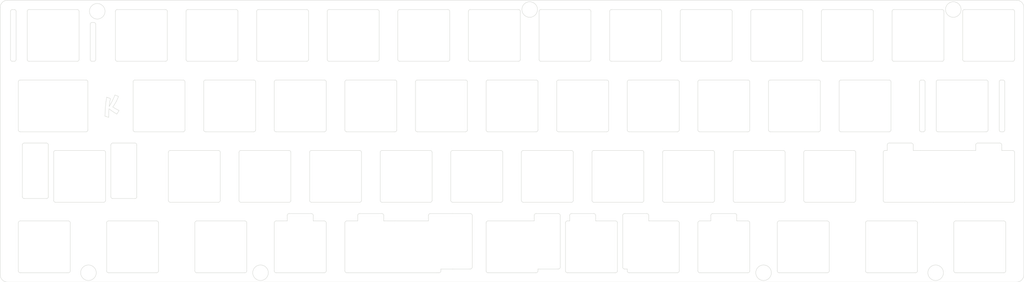
<source format=kicad_pcb>
(kicad_pcb (version 20221018) (generator pcbnew)

  (general
    (thickness 1.6)
  )

  (paper "A4")
  (layers
    (0 "F.Cu" signal)
    (31 "B.Cu" signal)
    (32 "B.Adhes" user "B.Adhesive")
    (33 "F.Adhes" user "F.Adhesive")
    (34 "B.Paste" user)
    (35 "F.Paste" user)
    (36 "B.SilkS" user "B.Silkscreen")
    (37 "F.SilkS" user "F.Silkscreen")
    (38 "B.Mask" user)
    (39 "F.Mask" user)
    (40 "Dwgs.User" user "User.Drawings")
    (41 "Cmts.User" user "User.Comments")
    (42 "Eco1.User" user "User.Eco1")
    (43 "Eco2.User" user "User.Eco2")
    (44 "Edge.Cuts" user)
    (45 "Margin" user)
    (46 "B.CrtYd" user "B.Courtyard")
    (47 "F.CrtYd" user "F.Courtyard")
    (48 "B.Fab" user)
    (49 "F.Fab" user)
    (50 "User.1" user)
    (51 "User.2" user)
    (52 "User.3" user)
    (53 "User.4" user)
    (54 "User.5" user)
    (55 "User.6" user)
    (56 "User.7" user)
    (57 "User.8" user)
    (58 "User.9" user)
  )

  (setup
    (pad_to_mask_clearance 0)
    (aux_axis_origin 14.73755 26.8)
    (grid_origin 14.73755 26.8)
    (pcbplotparams
      (layerselection 0x00010fc_ffffffff)
      (plot_on_all_layers_selection 0x0000000_00000000)
      (disableapertmacros false)
      (usegerberextensions false)
      (usegerberattributes true)
      (usegerberadvancedattributes true)
      (creategerberjobfile true)
      (dashed_line_dash_ratio 12.000000)
      (dashed_line_gap_ratio 3.000000)
      (svgprecision 4)
      (plotframeref false)
      (viasonmask false)
      (mode 1)
      (useauxorigin false)
      (hpglpennumber 1)
      (hpglpenspeed 20)
      (hpglpendiameter 15.000000)
      (dxfpolygonmode true)
      (dxfimperialunits true)
      (dxfusepcbnewfont true)
      (psnegative false)
      (psa4output false)
      (plotreference true)
      (plotvalue true)
      (plotinvisibletext false)
      (sketchpadsonfab false)
      (subtractmaskfromsilk false)
      (outputformat 1)
      (mirror false)
      (drillshape 0)
      (scaleselection 1)
      (outputdirectory "")
    )
  )

  (net 0 "")

  (gr_line (start 290.96255 26.8) (end 290.96255 99)
    (stroke (width 0.1) (type solid)) (layer "Edge.Cuts") (tstamp 002d6cad-a15f-42f4-a83d-8c58bbdf4923))
  (gr_arc (start 141.08755 27.825) (mid 141.233994 27.471429) (end 141.58755 27.325)
    (stroke (width 0.1) (type solid)) (layer "Edge.Cuts") (tstamp 01ada8af-d34f-47c0-a192-5d8d8a82bb23))
  (gr_arc (start 217.28755 27.825) (mid 217.433994 27.471429) (end 217.78755 27.325)
    (stroke (width 0.1) (type solid)) (layer "Edge.Cuts") (tstamp 01c95714-1721-4d1c-8751-b0d6c95e7e2d))
  (gr_line (start 178.40005 46.375) (end 165.40005 46.375)
    (stroke (width 0.1) (type solid)) (layer "Edge.Cuts") (tstamp 01df96db-785d-4519-baf5-6406785ddc0e))
  (gr_arc (start 64.10005 46.375) (mid 64.453571 46.521464) (end 64.60005 46.875)
    (stroke (width 0.1) (type solid)) (layer "Edge.Cuts") (tstamp 01fde221-f052-4dcf-8c7d-9540c3cc61ad))
  (gr_line (start 216.50005 60.375) (end 203.50005 60.375)
    (stroke (width 0.1) (type solid)) (layer "Edge.Cuts") (tstamp 022c910c-1d5f-4975-87af-dc48752cd09c))
  (gr_line (start 174.13755 40.825) (end 174.13755 27.825)
    (stroke (width 0.1) (type solid)) (layer "Edge.Cuts") (tstamp 02d2b7ec-1054-4942-a169-4743a9437f2d))
  (gr_line (start 154.58755 27.325) (end 141.58755 27.325)
    (stroke (width 0.1) (type solid)) (layer "Edge.Cuts") (tstamp 03109d32-bec2-4661-8f73-2ed18771eca4))
  (gr_arc (start 43.1688 78.925) (mid 43.022353 79.278553) (end 42.6688 79.425)
    (stroke (width 0.1) (type solid)) (layer "Edge.Cuts") (tstamp 031637c1-cd91-4a26-a97a-211e696b7651))
  (gr_arc (start 217.00005 97.975) (mid 216.853606 98.328571) (end 216.50005 98.475)
    (stroke (width 0.1) (type solid)) (layer "Edge.Cuts") (tstamp 03a06658-4de0-41ed-91d0-f45a33135b57))
  (gr_arc (start 284.2938 46.875) (mid 284.440247 46.521447) (end 284.7938 46.375)
    (stroke (width 0.1) (type solid)) (layer "Edge.Cuts") (tstamp 03b5d4e4-07e0-46fa-b651-3631592698f2))
  (gr_line (start 43.1688 78.925) (end 43.1688 65.925)
    (stroke (width 0.1) (type solid)) (layer "Edge.Cuts") (tstamp 03c20a28-119c-43ad-8d16-3321cfa80869))
  (gr_line (start 43.9563 98.475) (end 56.9563 98.475)
    (stroke (width 0.1) (type solid)) (layer "Edge.Cuts") (tstamp 056099e0-c5f8-4f89-8fef-13c15d7218fa))
  (gr_arc (start 155.87505 79.425) (mid 155.521529 79.278536) (end 155.37505 78.925)
    (stroke (width 0.1) (type solid)) (layer "Edge.Cuts") (tstamp 062a02f7-869c-486b-8e2e-9580f1a7dadd))
  (gr_line (start 108.7063 98.475) (end 132.8563 98.475)
    (stroke (width 0.1) (type solid)) (layer "Edge.Cuts") (tstamp 06a17dbb-8a38-470a-b826-45f03acd9066))
  (gr_curve (pts (xy 44.153686 53.511825) (xy 45.172687 51.882061) (xy 45.712136 50.420805) (xy 45.712136 50.420805))
    (stroke (width 0.1) (type solid)) (layer "Edge.Cuts") (tstamp 07eae266-3580-444b-a622-9819e536f7ed))
  (gr_arc (start 141.5943 82.475) (mid 141.947824 82.621476) (end 142.0943 82.975)
    (stroke (width 0.1) (type solid)) (layer "Edge.Cuts") (tstamp 085fed3c-7743-4983-b9a0-767370388905))
  (gr_line (start 107.75005 84.975) (end 107.75005 97.975)
    (stroke (width 0.1) (type solid)) (layer "Edge.Cuts") (tstamp 0879e2f0-f55d-45c2-a352-5199a0b92ad0))
  (gr_arc (start 155.08755 40.825) (mid 154.941106 41.178571) (end 154.58755 41.325)
    (stroke (width 0.1) (type solid)) (layer "Edge.Cuts") (tstamp 087a2c5e-5648-4070-bb71-45b015af2574))
  (gr_circle (center 40.9313 27.8) (end 43.0313 27.8)
    (stroke (width 0.1) (type default)) (fill none) (layer "Edge.Cuts") (tstamp 089b9447-a06c-4fd0-a2f6-6ba24b62df3d))
  (gr_line (start 57.4563 97.975) (end 57.4563 84.975)
    (stroke (width 0.1) (type solid)) (layer "Edge.Cuts") (tstamp 08a5d8e6-edca-4b9a-b28a-bfdfc2d9d1f6))
  (gr_line (start 255.38755 40.825) (end 255.38755 27.825)
    (stroke (width 0.1) (type solid)) (layer "Edge.Cuts") (tstamp 08d78e25-bb4f-4f9d-b3d5-a87bf3d1e7d2))
  (gr_line (start 165.8433 82.975) (end 165.8433 96.975)
    (stroke (width 0.1) (type solid)) (layer "Edge.Cuts") (tstamp 0908f7d1-368f-4664-8678-8e9eeb2c991a))
  (gr_line (start 245.07505 79.425) (end 232.07505 79.425)
    (stroke (width 0.1) (type solid)) (layer "Edge.Cuts") (tstamp 09617614-7109-40f1-874c-3cfe24852b08))
  (gr_arc (start 83.93755 27.825) (mid 84.083994 27.471429) (end 84.43755 27.325)
    (stroke (width 0.1) (type solid)) (layer "Edge.Cuts") (tstamp 0a095649-9240-4391-a7c9-6ae7f7ea4931))
  (gr_line (start 146.35005 84.475) (end 158.8433 84.475)
    (stroke (width 0.1) (type solid)) (layer "Edge.Cuts") (tstamp 0ab794af-51a3-4624-b6aa-ff319f52efdc))
  (gr_line (start 102.70005 46.875) (end 102.70005 59.875)
    (stroke (width 0.1) (type solid)) (layer "Edge.Cuts") (tstamp 0af4fb37-9c28-4da5-a20f-06131eca02e4))
  (gr_arc (start 254.0933 63.925) (mid 254.239747 63.571447) (end 254.5933 63.425)
    (stroke (width 0.1) (type solid)) (layer "Edge.Cuts") (tstamp 0c4e7672-d124-4c9f-9e89-495cea14d55e))
  (gr_line (start 284.9693 65.425) (end 284.9693 63.925)
    (stroke (width 0.1) (type solid)) (layer "Edge.Cuts") (tstamp 0f12b0fa-29b0-4303-b813-0ef467a92edf))
  (gr_line (start 50.60005 59.875) (end 50.60005 46.875)
    (stroke (width 0.1) (type solid)) (layer "Edge.Cuts") (tstamp 0f868a2e-341b-4218-8727-8aa4dc4a401f))
  (gr_arc (start 213.00005 82.475) (mid 213.353571 82.621464) (end 213.50005 82.975)
    (stroke (width 0.1) (type solid)) (layer "Edge.Cuts") (tstamp 10052c72-a6af-43a2-bcfb-9d0edbbb1086))
  (gr_line (start 222.05005 46.875) (end 222.05005 59.875)
    (stroke (width 0.1) (type solid)) (layer "Edge.Cuts") (tstamp 104c38ca-7b3e-406f-9bb0-3967392d62f9))
  (gr_line (start 206.50005 84.475) (end 203.50005 84.475)
    (stroke (width 0.1) (type solid)) (layer "Edge.Cuts") (tstamp 10bcfd4c-146c-434c-92d4-bfd0484cca3c))
  (gr_line (start 19.6438 46.875) (end 19.6438 59.875)
    (stroke (width 0.1) (type solid)) (layer "Edge.Cuts") (tstamp 10f04815-9e8d-4410-a015-691bc3ec329e))
  (gr_line (start 45.83755 40.825) (end 45.83755 27.825)
    (stroke (width 0.1) (type solid)) (layer "Edge.Cuts") (tstamp 10f17ded-1130-46e6-9b3f-956cdfd2ae85))
  (gr_line (start 116.98755 27.825) (end 116.98755 40.825)
    (stroke (width 0.1) (type solid)) (layer "Edge.Cuts") (tstamp 11ca62a4-24c7-41c0-b1b1-def5f722778f))
  (gr_arc (start 290.96255 99) (mid 290.376761 100.414196) (end 288.96255 101)
    (stroke (width 0.1) (type solid)) (layer "Edge.Cuts") (tstamp 12c12d0a-8217-4e73-b017-bf1bfb4939d4))
  (gr_line (start 181.2813 97.975) (end 181.2813 84.975)
    (stroke (width 0.1) (type solid)) (layer "Edge.Cuts") (tstamp 13f2c78e-f29b-4804-b1b0-0574abeba80b))
  (gr_line (start 79.17505 78.925) (end 79.17505 65.925)
    (stroke (width 0.1) (type solid)) (layer "Edge.Cuts") (tstamp 148fd5e7-6b9b-481b-ba53-966cb5efbb11))
  (gr_arc (start 50.60005 46.875) (mid 50.746494 46.521429) (end 51.10005 46.375)
    (stroke (width 0.1) (type solid)) (layer "Edge.Cuts") (tstamp 14ae7f83-3157-4c24-b0b8-a15c5a25151c))
  (gr_arc (start 136.82505 79.425) (mid 136.471529 79.278536) (end 136.32505 78.925)
    (stroke (width 0.1) (type solid)) (layer "Edge.Cuts") (tstamp 15840658-e62d-4305-949b-e7b2a8333edb))
  (gr_arc (start 272.0563 84.975) (mid 272.202747 84.621447) (end 272.5563 84.475)
    (stroke (width 0.1) (type solid)) (layer "Edge.Cuts") (tstamp 1635bcb3-4f20-4080-998f-3062fc526af4))
  (gr_arc (start 83.15005 46.375) (mid 83.503571 46.521464) (end 83.65005 46.875)
    (stroke (width 0.1) (type solid)) (layer "Edge.Cuts") (tstamp 16362e06-4564-4804-9b49-ccf6d40304cc))
  (gr_curve (pts (xy 46.062137 52.183492) (xy 45.662191 52.923694) (xy 45.128849 53.683001) (xy 45.128849 53.683001))
    (stroke (width 0.1) (type solid)) (layer "Edge.Cuts") (tstamp 163f8956-b18a-460f-81d8-54b2ac1defa0))
  (gr_line (start 254.0933 65.425) (end 253.5063 65.425)
    (stroke (width 0.1) (type solid)) (layer "Edge.Cuts") (tstamp 1645c3db-c61b-4925-b169-de163fba75a9))
  (gr_line (start 79.67505 65.425) (end 92.67505 65.425)
    (stroke (width 0.1) (type solid)) (layer "Edge.Cuts") (tstamp 1838ef67-3258-4ac5-8614-1ba97517d246))
  (gr_line (start 272.5563 84.475) (end 285.5563 84.475)
    (stroke (width 0.1) (type solid)) (layer "Edge.Cuts") (tstamp 185f2024-ae1a-4737-af78-4f24aeb8a6e8))
  (gr_arc (start 74.12505 78.925) (mid 73.978606 79.278571) (end 73.62505 79.425)
    (stroke (width 0.1) (type solid)) (layer "Edge.Cuts") (tstamp 1864c886-314f-4079-9982-191788778aa2))
  (gr_line (start 93.17505 65.925) (end 93.17505 78.925)
    (stroke (width 0.1) (type solid)) (layer "Edge.Cuts") (tstamp 18d528b3-6699-4736-aec3-4dd097f02c07))
  (gr_line (start 46.80305 54.616227) (end 46.225316 55.588357)
    (stroke (width 0.1) (type solid)) (layer "Edge.Cuts") (tstamp 19fc723a-594b-4e4c-b429-07e178d7931f))
  (gr_curve (pts (xy 46.646085 50.811155) (xy 46.338291 51.672022) (xy 46.062137 52.183492) (xy 46.062137 52.183492))
    (stroke (width 0.1) (type solid)) (layer "Edge.Cuts") (tstamp 1a0877ce-6d8a-48fa-b127-22df441d199f))
  (gr_line (start 184.45005 46.375) (end 197.45005 46.375)
    (stroke (width 0.1) (type solid)) (layer "Edge.Cuts") (tstamp 1a22841e-f811-4457-afce-84d884168f2e))
  (gr_line (start 107.75005 59.875) (end 107.75005 46.875)
    (stroke (width 0.1) (type solid)) (layer "Edge.Cuts") (tstamp 1a443161-9d9b-45fc-8270-ee327723b73b))
  (gr_line (start 142.0943 96.975) (end 142.0943 82.975)
    (stroke (width 0.1) (type solid)) (layer "Edge.Cuts") (tstamp 1a619fb2-a1a7-439a-b048-e403528bd6db))
  (gr_arc (start 135.53755 27.325) (mid 135.891071 27.471464) (end 136.03755 27.825)
    (stroke (width 0.1) (type solid)) (layer "Edge.Cuts") (tstamp 1ba6f4b9-fc76-4267-a749-3b81e399b4ae))
  (gr_line (start 261.0933 65.425) (end 261.0933 63.925)
    (stroke (width 0.1) (type solid)) (layer "Edge.Cuts") (tstamp 1c34d7a4-148f-42f1-acd5-4de501ef7d05))
  (gr_line (start 155.37505 65.925) (end 155.37505 78.925)
    (stroke (width 0.1) (type solid)) (layer "Edge.Cuts") (tstamp 1c4956c8-e150-4e6a-afcd-1b916eddb731))
  (gr_line (start 206.97505 79.425) (end 193.97505 79.425)
    (stroke (width 0.1) (type solid)) (layer "Edge.Cuts") (tstamp 1c663b05-6813-4fe1-a5f3-310c697c771b))
  (gr_line (start 236.05005 59.875) (end 236.05005 46.875)
    (stroke (width 0.1) (type solid)) (layer "Edge.Cuts") (tstamp 1e32c304-ba9e-4f25-a314-0a5d7aa9d6e8))
  (gr_arc (start 236.33755 27.825) (mid 236.483994 27.471429) (end 236.83755 27.325)
    (stroke (width 0.1) (type solid)) (layer "Edge.Cuts") (tstamp 1f276c22-79a6-48a8-9484-3827afc884b5))
  (gr_circle (center 271.91255 27.325) (end 274.01255 27.325)
    (stroke (width 0.1) (type default)) (fill none) (layer "Edge.Cuts") (tstamp 1f581381-5ce0-4cb8-9112-949823434818))
  (gr_arc (start 174.42505 65.925) (mid 174.571494 65.571429) (end 174.92505 65.425)
    (stroke (width 0.1) (type solid)) (layer "Edge.Cuts") (tstamp 21c50e8f-6205-4234-8244-e31249b373c2))
  (gr_arc (start 60.12505 65.925) (mid 60.271494 65.571429) (end 60.62505 65.425)
    (stroke (width 0.1) (type solid)) (layer "Edge.Cuts") (tstamp 223b7885-1499-4968-a380-0d8f2b7c9dfa))
  (gr_arc (start 179.18755 27.825) (mid 179.333994 27.471429) (end 179.68755 27.325)
    (stroke (width 0.1) (type solid)) (layer "Edge.Cuts") (tstamp 2267ff86-2ac3-414e-90bf-17a3fef75793))
  (gr_arc (start 198.23755 27.825) (mid 198.383994 27.471429) (end 198.73755 27.325)
    (stroke (width 0.1) (type solid)) (layer "Edge.Cuts") (tstamp 232dac47-483f-4af1-9ad0-d8d3c6b304b1))
  (gr_arc (start 224.4313 84.975) (mid 224.577747 84.621447) (end 224.9313 84.475)
    (stroke (width 0.1) (type solid)) (layer "Edge.Cuts") (tstamp 238ee54d-d1ef-4d40-800e-65f3ec9e62d5))
  (gr_line (start 99.20005 84.475) (end 99.20005 82.975)
    (stroke (width 0.1) (type solid)) (layer "Edge.Cuts") (tstamp 23eef206-df4e-4568-b461-78e22e249ee8))
  (gr_line (start 70.15005 60.375) (end 83.15005 60.375)
    (stroke (width 0.1) (type solid)) (layer "Edge.Cuts") (tstamp 24886bba-0071-4f1c-a17c-6a9be4ce0da3))
  (gr_line (start 263.7938 46.375) (end 263.2938 46.375)
    (stroke (width 0.1) (type solid)) (layer "Edge.Cuts") (tstamp 24a70558-b5cc-48ea-9dd0-4a9bfacca0f1))
  (gr_arc (start 154.58755 27.325) (mid 154.941071 27.471464) (end 155.08755 27.825)
    (stroke (width 0.1) (type solid)) (layer "Edge.Cuts") (tstamp 256488c7-7757-4b66-b40a-ab2b50db8d9a))
  (gr_line (start 267.2938 59.875) (end 267.2938 46.875)
    (stroke (width 0.1) (type solid)) (layer "Edge.Cuts") (tstamp 258b9bb7-918f-4787-8d25-5844fa320b31))
  (gr_line (start 160.63755 41.325) (end 173.63755 41.325)
    (stroke (width 0.1) (type solid)) (layer "Edge.Cuts") (tstamp 26345f5f-3633-4bdb-95c3-b717dd52111b))
  (gr_arc (start 277.9693 63.925) (mid 278.115747 63.571447) (end 278.4693 63.425)
    (stroke (width 0.1) (type solid)) (layer "Edge.Cuts") (tstamp 26a23f1b-1b00-4a37-982f-dd40a322f71c))
  (gr_arc (start 197.95005 97.975) (mid 197.803606 98.328571) (end 197.45005 98.475)
    (stroke (width 0.1) (type solid)) (layer "Edge.Cuts") (tstamp 26d3879e-810e-46be-bcc0-4087c7711731))
  (gr_arc (start 19.6438 46.875) (mid 19.790247 46.521447) (end 20.1438 46.375)
    (stroke (width 0.1) (type solid)) (layer "Edge.Cuts") (tstamp 26d95228-23a6-40e3-864b-a0da7ed2d3fa))
  (gr_arc (start 238.4313 97.975) (mid 238.284853 98.328553) (end 237.9313 98.475)
    (stroke (width 0.1) (type solid)) (layer "Edge.Cuts") (tstamp 27e33ddc-ead4-43f1-ac2c-29c5816f4990))
  (gr_arc (start 92.20005 82.975) (mid 92.346494 82.621429) (end 92.70005 82.475)
    (stroke (width 0.1) (type solid)) (layer "Edge.Cuts") (tstamp 2842f507-d19b-4731-808f-1f7a78d0f794))
  (gr_line (start 238.4313 97.975) (end 238.4313 84.975)
    (stroke (width 0.1) (type solid)) (layer "Edge.Cuts") (tstamp 28f1f94a-362d-4d11-ac92-a28d98f4039e))
  (gr_line (start 140.30005 46.375) (end 127.30005 46.375)
    (stroke (width 0.1) (type solid)) (layer "Edge.Cuts") (tstamp 296e63a5-f1cb-4ed8-b850-990304e576db))
  (gr_arc (start 168.40005 82.975) (mid 168.546494 82.621429) (end 168.90005 82.475)
    (stroke (width 0.1) (type solid)) (layer "Edge.Cuts") (tstamp 29b15389-5f6a-4d1f-96d1-25d36fcb21bc))
  (gr_arc (start 78.38755 27.325) (mid 78.741071 27.471464) (end 78.88755 27.825)
    (stroke (width 0.1) (type solid)) (layer "Edge.Cuts") (tstamp 2a233be2-503a-4b93-b203-9e1b99009ecf))
  (gr_arc (start 255.38755 27.825) (mid 255.533994 27.471429) (end 255.88755 27.325)
    (stroke (width 0.1) (type solid)) (layer "Edge.Cuts") (tstamp 2a4f05a7-234a-415e-b3fd-41282042b66e))
  (gr_arc (start 222.55005 60.375) (mid 222.196529 60.228536) (end 222.05005 59.875)
    (stroke (width 0.1) (type solid)) (layer "Edge.Cuts") (tstamp 2a8f31bb-2b1f-4763-8995-e46896077b0a))
  (gr_line (start 136.03755 27.825) (end 136.03755 40.825)
    (stroke (width 0.1) (type solid)) (layer "Edge.Cuts") (tstamp 2aeee952-395e-4ea5-9d6c-73062b2a378a))
  (gr_arc (start 255.10005 59.875) (mid 254.953606 60.228571) (end 254.60005 60.375)
    (stroke (width 0.1) (type solid)) (layer "Edge.Cuts") (tstamp 2b3a92a8-4591-47b5-884f-fe384d96687c))
  (gr_arc (start 43.9563 98.475) (mid 43.602776 98.328524) (end 43.4563 97.975)
    (stroke (width 0.1) (type solid)) (layer "Edge.Cuts") (tstamp 2c4081cb-58af-41e1-abe2-47ee083b3071))
  (gr_arc (start 267.7938 60.375) (mid 267.440276 60.228524) (end 267.2938 59.875)
    (stroke (width 0.1) (type solid)) (layer "Edge.Cuts") (tstamp 2d6fcecd-92bc-421f-8fd2-496f37ccfa22))
  (gr_curve (pts (xy 46.225316 55.588357) (xy 45.186489 55.020174) (xy 44.09674 54.159796) (xy 44.09674 54.159796))
    (stroke (width 0.1) (type solid)) (layer "Edge.Cuts") (tstamp 2dbdfa0b-43fd-4cb3-a1fb-50cea0d78f02))
  (gr_line (start 187.92505 79.425) (end 174.92505 79.425)
    (stroke (width 0.1) (type solid)) (layer "Edge.Cuts") (tstamp 2e3dc73c-823e-4ae3-a309-e324c5750e43))
  (gr_line (start 236.83755 41.325) (end 249.83755 41.325)
    (stroke (width 0.1) (type solid)) (layer "Edge.Cuts") (tstamp 2e729138-bd6f-4071-bfce-0646bc5d9426))
  (gr_arc (start 224.9313 98.475) (mid 224.577776 98.328524) (end 224.4313 97.975)
    (stroke (width 0.1) (type solid)) (layer "Edge.Cuts") (tstamp 2eb76bf3-21b1-444c-85b4-9c03a8ff5781))
  (gr_line (start 183.2193 82.475) (end 189.2193 82.475)
    (stroke (width 0.1) (type solid)) (layer "Edge.Cuts") (tstamp 2fb32ca6-874e-4b35-b34c-bdf176d90dd4))
  (gr_arc (start 18.02505 41.325) (mid 17.671497 41.178553) (end 17.52505 40.825)
    (stroke (width 0.1) (type solid)) (layer "Edge.Cuts") (tstamp 30222a33-ce08-442d-854a-1b39049e5b00))
  (gr_arc (start 285.5563 84.475) (mid 285.909824 84.621476) (end 286.0563 84.975)
    (stroke (width 0.1) (type solid)) (layer "Edge.Cuts") (tstamp 303dc418-6d6a-4ee9-8ee1-d5e44f948e22))
  (gr_line (start 250.33755 40.825) (end 250.33755 27.825)
    (stroke (width 0.1) (type solid)) (layer "Edge.Cuts") (tstamp 30b53f42-b646-460c-b7ac-0ec619bfc1ee))
  (gr_arc (start 65.38755 41.325) (mid 65.034029 41.178536) (end 64.88755 40.825)
    (stroke (width 0.1) (type solid)) (layer "Edge.Cuts") (tstamp 30fef86c-4921-44fa-bcb5-b132bb824b2f))
  (gr_line (start 222.55005 60.375) (end 235.55005 60.375)
    (stroke (width 0.1) (type solid)) (layer "Edge.Cuts") (tstamp 31d350a7-8568-4826-b71a-ed1a20cc37c8))
  (gr_line (start 97.43755 27.325) (end 84.43755 27.325)
    (stroke (width 0.1) (type solid)) (layer "Edge.Cuts") (tstamp 32ba7b4a-380a-4b7a-a728-e61e6aaf8889))
  (gr_line (start 232.07505 65.425) (end 245.07505 65.425)
    (stroke (width 0.1) (type solid)) (layer "Edge.Cuts") (tstamp 33aaf2c7-852b-4e12-bfd0-750fc57c2147))
  (gr_line (start 145.85005 46.875) (end 145.85005 59.875)
    (stroke (width 0.1) (type solid)) (layer "Edge.Cuts") (tstamp 33d83afa-3fbc-403d-83fa-c91930006ca3))
  (gr_arc (start 43.4563 84.975) (mid 43.602747 84.621447) (end 43.9563 84.475)
    (stroke (width 0.1) (type solid)) (layer "Edge.Cuts") (tstamp 342fee19-0557-4968-af9b-1c4417e885f1))
  (gr_line (start 126.80005 46.875) (end 126.80005 59.875)
    (stroke (width 0.1) (type solid)) (layer "Edge.Cuts") (tstamp 34521dad-eb01-4a65-bcf6-3a315c9307f2))
  (gr_line (start 40.52505 31.325) (end 40.52505 40.825)
    (stroke (width 0.1) (type default)) (layer "Edge.Cuts") (tstamp 35774b8a-0884-4422-905d-657ff07c1894))
  (gr_arc (start 149.82505 65.425) (mid 150.178571 65.571464) (end 150.32505 65.925)
    (stroke (width 0.1) (type solid)) (layer "Edge.Cuts") (tstamp 359ca19c-6cd2-4f5f-9d91-ea245a71ffba))
  (gr_line (start 65.38755 41.325) (end 78.38755 41.325)
    (stroke (width 0.1) (type solid)) (layer "Edge.Cuts") (tstamp 35c269cd-75bb-4a58-a99f-c994b27bc23a))
  (gr_line (start 117.27505 65.925) (end 117.27505 78.925)
    (stroke (width 0.1) (type solid)) (layer "Edge.Cuts") (tstamp 362d1115-cdab-4300-a4be-fc424e98f727))
  (gr_arc (start 184.45005 98.475) (mid 184.096529 98.328536) (end 183.95005 97.975)
    (stroke (width 0.1) (type solid)) (layer "Edge.Cuts") (tstamp 3665f662-154f-4495-bfbb-53fe286f439a))
  (gr_line (start 39.52505 41.325) (end 40.02505 41.325)
    (stroke (width 0.1) (type solid)) (layer "Edge.Cuts") (tstamp 36703282-04db-4698-a610-dc54c8491f67))
  (gr_arc (start 245.57505 78.925) (mid 245.428606 79.278571) (end 245.07505 79.425)
    (stroke (width 0.1) (type solid)) (layer "Edge.Cuts") (tstamp 3732b54a-a948-4abf-b1b1-f8fe3f2f3612))
  (gr_arc (start 285.7938 59.875) (mid 285.647353 60.228553) (end 285.2938 60.375)
    (stroke (width 0.1) (type solid)) (layer "Edge.Cuts") (tstamp 37928b5b-76f3-4656-9d74-05f3c419d627))
  (gr_arc (start 263.2938 60.375) (mid 262.940276 60.228524) (end 262.7938 59.875)
    (stroke (width 0.1) (type solid)) (layer "Edge.Cuts") (tstamp 37a8abbc-d974-484c-9a7a-ee970a72ff1a))
  (gr_arc (start 59.33755 27.325) (mid 59.691071 27.471464) (end 59.83755 27.825)
    (stroke (width 0.1) (type solid)) (layer "Edge.Cuts") (tstamp 383dede1-1cc5-43ec-ba76-6480d6e88150))
  (gr_line (start 121.75005 46.875) (end 121.75005 59.875)
    (stroke (width 0.1) (type solid)) (layer "Edge.Cuts") (tstamp 3891a661-b465-4318-8c11-172afc4c08e5))
  (gr_arc (start 35.52505 27.325) (mid 35.878571 27.471464) (end 36.02505 27.825)
    (stroke (width 0.1) (type solid)) (layer "Edge.Cuts") (tstamp 3979871e-7b20-4c09-b744-c9534f3a0e3b))
  (gr_line (start 88.70005 59.875) (end 88.70005 46.875)
    (stroke (width 0.1) (type solid)) (layer "Edge.Cuts") (tstamp 398f67d2-e72b-48f0-bddb-c757406909b9))
  (gr_line (start 38.4063 59.875) (end 38.4063 46.875)
    (stroke (width 0.1) (type solid)) (layer "Edge.Cuts") (tstamp 39ba4c7e-cb57-467f-96db-f17a8968ed15))
  (gr_line (start 18.02505 41.325) (end 18.52505 41.325)
    (stroke (width 0.1) (type solid)) (layer "Edge.Cuts") (tstamp 39e6ad3e-1dde-492f-807b-e67c957eb0a5))
  (gr_line (start 277.9693 63.925) (end 277.9693 65.425)
    (stroke (width 0.1) (type solid)) (layer "Edge.Cuts") (tstamp 3a103772-34a4-4401-a267-f53f92d23b51))
  (gr_line (start 33.6438 97.975) (end 33.6438 84.975)
    (stroke (width 0.1) (type solid)) (layer "Edge.Cuts") (tstamp 3b976fd9-f279-4f0e-9b7a-89dc9fd18f51))
  (gr_arc (start 287.93755 65.425) (mid 288.291071 65.571464) (end 288.43755 65.925)
    (stroke (width 0.1) (type solid)) (layer "Edge.Cuts") (tstamp 3ba09ab3-df17-4b27-8e46-fe9ea32ce96b))
  (gr_arc (start 133.6563 97.975) (mid 133.509853 98.328553) (end 133.1563 98.475)
    (stroke (width 0.1) (type solid)) (layer "Edge.Cuts") (tstamp 3be2a5ac-3f2b-4de4-8177-92118547a90d))
  (gr_line (start 20.1438 98.475) (end 33.1438 98.475)
    (stroke (width 0.1) (type solid)) (layer "Edge.Cuts") (tstamp 3c1544b1-6c40-4e41-9f9e-6bd2d478907f))
  (gr_line (start 45.712136 50.420805) (end 46.646085 50.811155)
    (stroke (width 0.1) (type solid)) (layer "Edge.Cuts") (tstamp 3c4319aa-296c-4637-8101-60d24a9807d7))
  (gr_line (start 73.62505 65.425) (end 60.62505 65.425)
    (stroke (width 0.1) (type solid)) (layer "Edge.Cuts") (tstamp 3c71cb11-69a4-4d3d-bb87-21530c7e0e0c))
  (gr_line (start 160.13755 27.825) (end 160.13755 40.825)
    (stroke (width 0.1) (type solid)) (layer "Edge.Cuts") (tstamp 3d7822e3-0eb1-498e-8d89-53f673ec0e3d))
  (gr_line (start 249.83755 27.325) (end 236.83755 27.325)
    (stroke (width 0.1) (type solid)) (layer "Edge.Cuts") (tstamp 3e673da8-1335-4a3e-ba6a-a55cb36d8e8b))
  (gr_line (start 51.1068 78.425) (end 45.1068 78.425)
    (stroke (width 0.1) (type solid)) (layer "Edge.Cuts") (tstamp 3eafc3b6-6b5a-4d24-8c24-646e3cf24f48))
  (gr_arc (start 216.50005 46.375) (mid 216.853571 46.521464) (end 217.00005 46.875)
    (stroke (width 0.1) (type solid)) (layer "Edge.Cuts") (tstamp 3f03d936-8b1e-4174-98c5-46828d73081e))
  (gr_line (start 226.52505 78.925) (end 226.52505 65.925)
    (stroke (width 0.1) (type solid)) (layer "Edge.Cuts") (tstamp 400e1fc5-869f-435e-8581-f524e6a1016f))
  (gr_arc (start 121.25005 46.375) (mid 121.603571 46.521464) (end 121.75005 46.875)
    (stroke (width 0.1) (type solid)) (layer "Edge.Cuts") (tstamp 40824144-98c7-4985-9cb0-4f373a85119c))
  (gr_arc (start 262.7938 46.875) (mid 262.940247 46.521447) (end 263.2938 46.375)
    (stroke (width 0.1) (type solid)) (layer "Edge.Cuts") (tstamp 413dd5a8-1e52-47cc-bb31-2117cbadb7bd))
  (gr_arc (start 231.57505 65.925) (mid 231.721494 65.571429) (end 232.07505 65.425)
    (stroke (width 0.1) (type solid)) (layer "Edge.Cuts") (tstamp 4167476f-59ab-4ffa-8929-5e42f8fcc099))
  (gr_arc (start 117.27505 65.925) (mid 117.421494 65.571429) (end 117.77505 65.425)
    (stroke (width 0.1) (type solid)) (layer "Edge.Cuts") (tstamp 427f8865-f922-4647-bb48-82fec31219c9))
  (gr_arc (start 253.0063 65.925) (mid 253.152747 65.571447) (end 253.5063 65.425)
    (stroke (width 0.1) (type solid)) (layer "Edge.Cuts") (tstamp 42fd2cd5-55fb-4b4c-87a5-fea2b16a35ef))
  (gr_line (start 217.28755 40.825) (end 217.28755 27.825)
    (stroke (width 0.1) (type solid)) (layer "Edge.Cuts") (tstamp 43c4e27a-be51-42dc-a926-ed81b589efd0))
  (gr_arc (start 21.2308 78.425) (mid 20.877247 78.278553) (end 20.7308 77.925)
    (stroke (width 0.1) (type solid)) (layer "Edge.Cuts") (tstamp 445037f0-1f62-4b8a-820f-c0335b582636))
  (gr_arc (start 81.2688 97.975) (mid 81.122353 98.328553) (end 80.7688 98.475)
    (stroke (width 0.1) (type solid)) (layer "Edge.Cuts") (tstamp 44902899-b75d-472d-b4a5-022bb843f028))
  (gr_arc (start 33.1438 84.475) (mid 33.497324 84.621476) (end 33.6438 84.975)
    (stroke (width 0.1) (type solid)) (layer "Edge.Cuts") (tstamp 44ac7a39-6280-487b-b83a-3067d67323bc))
  (gr_arc (start 19.02505 40.825) (mid 18.878606 41.178571) (end 18.52505 41.325)
    (stroke (width 0.1) (type solid)) (layer "Edge.Cuts") (tstamp 44e2d587-4bc0-4105-b5a8-d7824d4aaaaa))
  (gr_line (start 51.10005 46.375) (end 64.10005 46.375)
    (stroke (width 0.1) (type solid)) (layer "Edge.Cuts") (tstamp 450bdd6a-1549-4289-bda8-e7f999e2fd02))
  (gr_arc (start 97.93755 40.825) (mid 97.791106 41.178571) (end 97.43755 41.325)
    (stroke (width 0.1) (type solid)) (layer "Edge.Cuts") (tstamp 4581ab91-8ec8-47c5-bc90-fcb9c156137f))
  (gr_arc (start 98.72505 79.425) (mid 98.371529 79.278536) (end 98.22505 78.925)
    (stroke (width 0.1) (type solid)) (layer "Edge.Cuts") (tstamp 461b4a3e-fdd0-46b1-b563-3b611ab8ae22))
  (gr_line (start 45.1068 63.425) (end 51.1068 63.425)
    (stroke (width 0.1) (type solid)) (layer "Edge.Cuts") (tstamp 480e6872-45a7-475c-84a0-b50ddc61cae2))
  (gr_line (start 197.45005 60.375) (end 184.45005 60.375)
    (stroke (width 0.1) (type solid)) (layer "Edge.Cuts") (tstamp 4899da0a-11d3-42b4-936a-a32010626a53))
  (gr_line (start 274.93755 27.325) (end 287.93755 27.325)
    (stroke (width 0.1) (type solid)) (layer "Edge.Cuts") (tstamp 49056efc-96fb-44f6-ac1a-1dfd52a42e88))
  (gr_line (start 213.50005 84.475) (end 213.50005 82.975)
    (stroke (width 0.1) (type solid)) (layer "Edge.Cuts") (tstamp 497c4b1f-ac02-4390-aadf-4b3a6a3d53b0))
  (gr_line (start 40.02505 30.825) (end 39.52505 30.825)
    (stroke (width 0.1) (type solid)) (layer "Edge.Cuts") (tstamp 49a23cb3-9e12-44cc-80cf-3ae36ac7624d))
  (gr_line (start 131.27505 78.925) (end 131.27505 65.925)
    (stroke (width 0.1) (type solid)) (layer "Edge.Cuts") (tstamp 4a03f133-9f16-4ee1-8062-cac281e0523f))
  (gr_line (start 169.37505 78.925) (end 169.37505 65.925)
    (stroke (width 0.1) (type solid)) (layer "Edge.Cuts") (tstamp 4a0a039b-a371-41b2-89fe-b340e0235495))
  (gr_arc (start 79.17505 65.925) (mid 79.321494 65.571429) (end 79.67505 65.425)
    (stroke (width 0.1) (type solid)) (layer "Edge.Cuts") (tstamp 4a3e8f65-43f6-4f58-9a93-65b797cf27f8))
  (gr_arc (start 102.20005 46.375) (mid 102.553571 46.521464) (end 102.70005 46.875)
    (stroke (width 0.1) (type solid)) (layer "Edge.Cuts") (tstamp 4adbc739-b0ca-4080-9f7f-31709655ccfe))
  (gr_line (start 59.33755 41.325) (end 46.33755 41.325)
    (stroke (width 0.1) (type solid)) (layer "Edge.Cuts") (tstamp 4b3c4314-f280-423e-b215-68f0eba74a3b))
  (gr_arc (start 207.47505 78.925) (mid 207.328606 79.278571) (end 206.97505 79.425)
    (stroke (width 0.1) (type solid)) (layer "Edge.Cuts") (tstamp 4ba810b7-6600-4df0-a0da-5139cc121804))
  (gr_arc (start 56.9563 84.475) (mid 57.309824 84.621476) (end 57.4563 84.975)
    (stroke (width 0.1) (type solid)) (layer "Edge.Cuts") (tstamp 4c81df96-3810-4f8b-9153-439c4593c411))
  (gr_line (start 248.7438 98.475) (end 261.7438 98.475)
    (stroke (width 0.1) (type solid)) (layer "Edge.Cuts") (tstamp 4cbb2fa7-986f-4ecc-b950-684786bcd931))
  (gr_line (start 27.2308 78.425) (end 21.2308 78.425)
    (stroke (width 0.1) (type solid)) (layer "Edge.Cuts") (tstamp 4de9a782-5ba3-4a21-89bb-3c1e42dc3464))
  (gr_line (start 198.23755 40.825) (end 198.23755 27.825)
    (stroke (width 0.1) (type solid)) (layer "Edge.Cuts") (tstamp 4e536b6a-404b-4cde-aaad-12fa5dd0a76c))
  (gr_arc (start 117.77505 79.425) (mid 117.421529 79.278536) (end 117.27505 78.925)
    (stroke (width 0.1) (type solid)) (layer "Edge.Cuts") (tstamp 4ea08d28-e3f8-4c8c-b1ca-00988c4be5da))
  (gr_arc (start 174.92505 79.425) (mid 174.571529 79.278536) (end 174.42505 78.925)
    (stroke (width 0.1) (type solid)) (layer "Edge.Cuts") (tstamp 4f757340-e1ff-4ff0-9539-88c9f759adbe))
  (gr_arc (start 260.5933 63.425) (mid 260.946824 63.571476) (end 261.0933 63.925)
    (stroke (width 0.1) (type solid)) (layer "Edge.Cuts") (tstamp 50d80834-f036-49c2-8bf7-21d95460fd01))
  (gr_arc (start 117.7183 82.475) (mid 118.071824 82.621476) (end 118.2183 82.975)
    (stroke (width 0.1) (type solid)) (layer "Edge.Cuts") (tstamp 517916be-9260-452e-976f-664801a6a116))
  (gr_arc (start 241.60005 60.375) (mid 241.246529 60.228536) (end 241.10005 59.875)
    (stroke (width 0.1) (type solid)) (layer "Edge.Cuts") (tstamp 51afafa7-404e-4632-82a2-826a386616a5))
  (gr_line (start 211.73755 41.325) (end 198.73755 41.325)
    (stroke (width 0.1) (type solid)) (layer "Edge.Cuts") (tstamp 51b251cf-69c3-42f3-bbba-630e22a3d383))
  (gr_line (start 213.00005 82.475) (end 207.00005 82.475)
    (stroke (width 0.1) (type solid)) (layer "Edge.Cuts") (tstamp 523cbaf9-6ac3-47a3-8737-f686602addd6))
  (gr_line (start 168.40005 84.475) (end 167.7813 84.475)
    (stroke (width 0.1) (type solid)) (layer "Edge.Cuts") (tstamp 54cd0c52-8f9d-4aed-af8c-b01fc9e3a4ba))
  (gr_arc (start 37.9063 46.375) (mid 38.259824 46.521476) (end 38.4063 46.875)
    (stroke (width 0.1) (type solid)) (layer "Edge.Cuts") (tstamp 54e5badb-5388-4514-a53e-1759e7d3ba38))
  (gr_line (start 78.88755 40.825) (end 78.88755 27.825)
    (stroke (width 0.1) (type solid)) (layer "Edge.Cuts") (tstamp 5516baf2-1a9e-433a-b94d-96b3f095e2ba))
  (gr_arc (start 20.1438 98.475) (mid 19.790247 98.328553) (end 19.6438 97.975)
    (stroke (width 0.1) (type solid)) (layer "Edge.Cuts") (tstamp 55208dc9-bd54-4950-b279-46cc3c5337e9))
  (gr_line (start 262.7938 46.875) (end 262.7938 59.875)
    (stroke (width 0.1) (type solid)) (layer "Edge.Cuts") (tstamp 5630669e-30ca-4ebe-ad35-5e39d66e7282))
  (gr_line (start 67.7688 84.475) (end 80.7688 84.475)
    (stroke (width 0.1) (type solid)) (layer "Edge.Cuts") (tstamp 56356b9f-e9ff-47c6-b36e-89bc62c662c3))
  (gr_arc (start 142.0943 96.975) (mid 141.947853 97.328553) (end 141.5943 97.475)
    (stroke (width 0.1) (type solid)) (layer "Edge.Cuts") (tstamp 563b48a8-a91f-4acf-aa72-a1c09e62ab36))
  (gr_arc (start 262.2438 97.975) (mid 262.097353 98.328553) (end 261.7438 98.475)
    (stroke (width 0.1) (type solid)) (layer "Edge.Cuts") (tstamp 56fc1bbe-3786-458f-9904-7f5fd6311ccf))
  (gr_arc (start 174.13755 40.825) (mid 173.991106 41.178571) (end 173.63755 41.325)
    (stroke (width 0.1) (type solid)) (layer "Edge.Cuts") (tstamp 576ff7a3-4b67-4cda-93a3-4f7cd02e29d5))
  (gr_arc (start 78.88755 40.825) (mid 78.741106 41.178571) (end 78.38755 41.325)
    (stroke (width 0.1) (type solid)) (layer "Edge.Cuts") (tstamp 583ad993-fb89-40d6-ae23-ead039906d23))
  (gr_line (start 155.08755 40.825) (end 155.08755 27.825)
    (stroke (width 0.1) (type solid)) (layer "Edge.Cuts") (tstamp 595da1a3-6d8e-4e72-8c06-839dfcf4994a))
  (gr_line (start 81.2688 84.975) (end 81.2688 97.975)
    (stroke (width 0.1) (type solid)) (layer "Edge.Cuts") (tstamp 598bb5fd-1571-47d5-b45c-3fa41ea4799b))
  (gr_arc (start 97.43755 27.325) (mid 97.791071 27.471464) (end 97.93755 27.825)
    (stroke (width 0.1) (type solid)) (layer "Edge.Cuts") (tstamp 5a4aa781-2241-49ed-8df7-93f0cb22f97f))
  (gr_arc (start 64.88755 27.825) (mid 65.033994 27.471429) (end 65.38755 27.325)
    (stroke (width 0.1) (type solid)) (layer "Edge.Cuts") (tstamp 5bbbd659-a49e-4785-8437-854988aec9b2))
  (gr_line (start 60.62505 79.425) (end 73.62505 79.425)
    (stroke (width 0.1) (type solid)) (layer "Edge.Cuts") (tstamp 5bbf5b92-1496-405a-b065-84d87cbdfa00))
  (gr_arc (start 136.32505 65.925) (mid 136.471494 65.571429) (end 136.82505 65.425)
    (stroke (width 0.1) (type solid)) (layer "Edge.Cuts") (tstamp 5bdeba1e-d148-45d2-997f-88daefc29ebf))
  (gr_line (start 133.6563 97.475) (end 133.6563 97.975)
    (stroke (width 0.1) (type solid)) (layer "Edge.Cuts") (tstamp 5c02c110-ec7c-48b5-a41f-15b70fb86de1))
  (gr_arc (start 33.6438 97.975) (mid 33.497353 98.328553) (end 33.1438 98.475)
    (stroke (width 0.1) (type solid)) (layer "Edge.Cuts") (tstamp 5c97eeec-429f-46ea-bc68-5d7d9ddac345))
  (gr_arc (start 285.2938 46.375) (mid 285.647324 46.521476) (end 285.7938 46.875)
    (stroke (width 0.1) (type solid)) (layer "Edge.Cuts") (tstamp 5d2af84f-5477-452e-8937-8faefa05205b))
  (gr_arc (start 122.53755 41.325) (mid 122.184029 41.178536) (end 122.03755 40.825)
    (stroke (width 0.1) (type solid)) (layer "Edge.Cuts") (tstamp 5e3d4a87-2b5c-4864-a0de-042208e24c0e))
  (gr_arc (start 146.35005 98.475) (mid 145.996529 98.328536) (end 145.85005 97.975)
    (stroke (width 0.1) (type solid)) (layer "Edge.Cuts") (tstamp 5e91e655-2246-475c-a255-df5ed64bf047))
  (gr_line (start 84.43755 41.325) (end 97.43755 41.325)
    (stroke (width 0.1) (type solid)) (layer "Edge.Cuts") (tstamp 5f2334f7-e1ed-4591-8afd-2fc674e445a7))
  (gr_line (start 285.2938 46.375) (end 284.7938 46.375)
    (stroke (width 0.1) (type solid)) (layer "Edge.Cuts") (tstamp 5f27349d-8909-4ff7-9365-8052dabaa3d0))
  (gr_line (start 288.43755 78.925) (end 288.43755 65.925)
    (stroke (width 0.1) (type solid)) (layer "Edge.Cuts") (tstamp 5f4cc061-ea79-4bd1-83ea-22103b613f7b))
  (gr_line (start 230.78755 41.325) (end 217.78755 41.325)
    (stroke (width 0.1) (type solid)) (layer "Edge.Cuts") (tstamp 617e63a3-33a4-42b0-9099-e125a32bf5e8))
  (gr_line (start 67.2688 97.975) (end 67.2688 84.975)
    (stroke (width 0.1) (type solid)) (layer "Edge.Cuts") (tstamp 61ccccac-4628-4ccb-8bf7-6e554ee8c050))
  (gr_arc (start 168.87505 65.425) (mid 169.228571 65.571464) (end 169.37505 65.925)
    (stroke (width 0.1) (type solid)) (layer "Edge.Cuts") (tstamp 61fa7ae2-6df8-4977-ba34-125aa25b88ed))
  (gr_line (start 59.83755 27.825) (end 59.83755 40.825)
    (stroke (width 0.1) (type solid)) (layer "Edge.Cuts") (tstamp 629213c4-331a-4633-b55e-207e9de422cf))
  (gr_line (start 276.0313 65.425) (end 263.0313 65.425)
    (stroke (width 0.1) (type solid)) (layer "Edge.Cuts") (tstamp 6296cf45-629f-4a98-85a9-de1f40741d91))
  (gr_line (start 212.23755 27.825) (end 212.23755 40.825)
    (stroke (width 0.1) (type solid)) (layer "Edge.Cuts") (tstamp 63593b9e-c85f-4dca-ba85-e2b1c9c0611d))
  (gr_arc (start 268.88755 27.325) (mid 269.241071 27.471464) (end 269.38755 27.825)
    (stroke (width 0.1) (type solid)) (layer "Edge.Cuts") (tstamp 64aeac13-3888-4a33-a4a6-3061f7ad7af6))
  (gr_arc (start 206.97505 65.425) (mid 207.328571 65.571464) (end 207.47505 65.925)
    (stroke (width 0.1) (type solid)) (layer "Edge.Cuts") (tstamp 656618a1-028f-49e3-9793-39873c2fbf3a))
  (gr_arc (start 198.73755 41.325) (mid 198.384029 41.178536) (end 198.23755 40.825)
    (stroke (width 0.1) (type solid)) (layer "Edge.Cuts") (tstamp 65917e0e-cf02-4f5a-848e-3aec8d93f3ea))
  (gr_line (start 287.93755 65.425) (end 284.9693 65.425)
    (stroke (width 0.1) (type solid)) (layer "Edge.Cuts") (tstamp 65d20e93-1087-4daa-875d-7aba398408c5))
  (gr_line (start 263.0313 65.425) (end 261.0933 65.425)
    (stroke (width 0.1) (type solid)) (layer "Edge.Cuts") (tstamp 66b6aa07-31d6-4751-8387-805f66da2fe8))
  (gr_line (start 237.9313 84.475) (end 224.9313 84.475)
    (stroke (width 0.1) (type solid)) (layer "Edge.Cuts") (tstamp 66cac4f2-2b47-481d-af9a-160ffc6908b8))
  (gr_arc (start 155.37505 65.925) (mid 155.521494 65.571429) (end 155.87505 65.425)
    (stroke (width 0.1) (type solid)) (layer "Edge.Cuts") (tstamp 6798ed26-2a40-49fe-a48a-e77f295a8345))
  (gr_line (start 92.20005 82.975) (end 92.20005 84.475)
    (stroke (width 0.1) (type solid)) (layer "Edge.Cuts") (tstamp 67af02f2-cd1b-4c1d-b953-1f05527e1de8))
  (gr_arc (start 213.02505 79.425) (mid 212.671529 79.278536) (end 212.52505 78.925)
    (stroke (width 0.1) (type solid)) (layer "Edge.Cuts") (tstamp 680f4abf-71c9-48be-aa5a-d6f2bcc9f3c8))
  (gr_line (start 203.50005 98.475) (end 216.50005 98.475)
    (stroke (width 0.1) (type solid)) (layer "Edge.Cuts") (tstamp 68396e91-97cc-4f65-9a58-3bf765b97940))
  (gr_arc (start 212.52505 65.925) (mid 212.671494 65.571429) (end 213.02505 65.425)
    (stroke (width 0.1) (type solid)) (layer "Edge.Cuts") (tstamp 68b7475c-8a15-49de-aadb-f2f4913e3f41))
  (gr_line (start 20.1438 60.375) (end 37.9063 60.375)
    (stroke (width 0.1) (type solid)) (layer "Edge.Cuts") (tstamp 68bea623-1e04-4f8d-a66d-048a6563f09b))
  (gr_line (start 284.2938 46.875) (end 284.2938 59.875)
    (stroke (width 0.1) (type solid)) (layer "Edge.Cuts") (tstamp 6948cb98-8cde-44ca-afaa-cbd2497ddf06))
  (gr_arc (start 281.2938 59.875) (mid 281.147353 60.228553) (end 280.7938 60.375)
    (stroke (width 0.1) (type solid)) (layer "Edge.Cuts") (tstamp 696fc735-1b34-4965-981e-69104593c49b))
  (gr_arc (start 254.60005 46.375) (mid 254.953571 46.521464) (end 255.10005 46.875)
    (stroke (width 0.1) (type solid)) (layer "Edge.Cuts") (tstamp 69841ac3-6d34-4b9b-86b7-fa9b991e90eb))
  (gr_line (start 274.43755 40.825) (end 274.43755 27.825)
    (stroke (width 0.1) (type solid)) (layer "Edge.Cuts") (tstamp 69a8bfdf-0f81-4246-b864-6926d55450bc))
  (gr_line (start 255.88755 27.325) (end 268.88755 27.325)
    (stroke (width 0.1) (type solid)) (layer "Edge.Cuts") (tstamp 6a0004b3-abde-44a0-8982-fd4e310e0f3f))
  (gr_line (start 78.38755 27.325) (end 65.38755 27.325)
    (stroke (width 0.1) (type solid)) (layer "Edge.Cuts") (tstamp 6cff9b66-7dab-4fbf-8852-56050f6ff80f))
  (gr_line (start 108.25005 84.475) (end 111.2183 84.475)
    (stroke (width 0.1) (type solid)) (layer "Edge.Cuts") (tstamp 6d0071f0-b681-4fec-92d8-eda18f3fff7c))
  (gr_line (start 135.53755 41.325) (end 122.53755 41.325)
    (stroke (width 0.1) (type solid)) (layer "Edge.Cuts") (tstamp 6d24922c-cc9e-4750-9fa1-699881b47754))
  (gr_arc (start 73.62505 65.425) (mid 73.978571 65.571464) (end 74.12505 65.925)
    (stroke (width 0.1) (type solid)) (layer "Edge.Cuts") (tstamp 6d279d02-be30-4e24-b92f-d7dce732545c))
  (gr_line (start 64.10005 60.375) (end 51.10005 60.375)
    (stroke (width 0.1) (type solid)) (layer "Edge.Cuts") (tstamp 6d3045cc-779c-4f2f-a69e-3c19f52e7fc4))
  (gr_arc (start 19.6438 84.975) (mid 19.790247 84.621447) (end 20.1438 84.475)
    (stroke (width 0.1) (type solid)) (layer "Edge.Cuts") (tstamp 6df212fb-e584-45a5-b8ee-00dd5d66c805))
  (gr_arc (start 178.40005 46.375) (mid 178.753571 46.521464) (end 178.90005 46.875)
    (stroke (width 0.1) (type solid)) (layer "Edge.Cuts") (tstamp 6e04a997-e56f-46e7-846f-42d2f5b1e047))
  (gr_arc (start 248.2438 84.975) (mid 248.390247 84.621447) (end 248.7438 84.475)
    (stroke (width 0.1) (type solid)) (layer "Edge.Cuts") (tstamp 6e5efaae-9633-4dbb-ba97-d80e4be16b9a))
  (gr_line (start 241.10005 59.875) (end 241.10005 46.875)
    (stroke (width 0.1) (type solid)) (layer "Edge.Cuts") (tstamp 6f87e233-a352-4bf4-b24b-5905006b35bf))
  (gr_arc (start 111.2183 82.975) (mid 111.364747 82.621447) (end 111.7183 82.475)
    (stroke (width 0.1) (type solid)) (layer "Edge.Cuts") (tstamp 6fe75fb1-1f64-4dcd-8f66-18735ade6432))
  (gr_arc (start 141.58755 41.325) (mid 141.234029 41.178536) (end 141.08755 40.825)
    (stroke (width 0.1) (type solid)) (layer "Edge.Cuts") (tstamp 720be4d2-3567-41d0-b129-8a404eea4dfb))
  (gr_line (start 269.38755 27.825) (end 269.38755 40.825)
    (stroke (width 0.1) (type solid)) (layer "Edge.Cuts") (tstamp 724c7b95-e0b6-494e-b424-20ea063b10e3))
  (gr_line (start 64.88755 27.825) (end 64.88755 40.825)
    (stroke (width 0.1) (type solid)) (layer "Edge.Cuts") (tstamp 730660bb-c0b8-457a-97b3-319d330a8491))
  (gr_arc (start 216.50005 84.475) (mid 216.853571 84.621464) (end 217.00005 84.975)
    (stroke (width 0.1) (type solid)) (layer "Edge.Cuts") (tstamp 730eb786-f68a-49d9-b28f-14c782d448e8))
  (gr_arc (start 145.85005 84.975) (mid 145.996494 84.621429) (end 146.35005 84.475)
    (stroke (width 0.1) (type solid)) (layer "Edge.Cuts") (tstamp 7398cf63-cc6b-4d3d-a5be-3b1be1260025))
  (gr_line (start 35.52505 27.325) (end 22.52505 27.325)
    (stroke (width 0.1) (type solid)) (layer "Edge.Cuts") (tstamp 746df18d-0ba6-4e11-9125-a71d2c15e02e))
  (gr_line (start 193.18755 40.825) (end 193.18755 27.825)
    (stroke (width 0.1) (type solid)) (layer "Edge.Cuts") (tstamp 749cae6e-d0c8-4d4d-9437-0c32c074c251))
  (gr_line (start 111.72505 79.425) (end 98.72505 79.425)
    (stroke (width 0.1) (type solid)) (layer "Edge.Cuts") (tstamp 750536a1-4f2a-4201-ba8e-750b3619248d))
  (gr_arc (start 230.78755 27.325) (mid 231.141071 27.471464) (end 231.28755 27.825)
    (stroke (width 0.1) (type solid)) (layer "Edge.Cuts") (tstamp 753544af-e83d-4637-9152-592e00beda3c))
  (gr_arc (start 116.48755 27.325) (mid 116.841071 27.471464) (end 116.98755 27.825)
    (stroke (width 0.1) (type solid)) (layer "Edge.Cuts") (tstamp 7549c51e-4b22-4cfb-82b4-f98c1369056c))
  (gr_circle (center 267.15005 98.475) (end 269.25005 98.475)
    (stroke (width 0.1) (type default)) (fill none) (layer "Edge.Cuts") (tstamp 757cc1fc-8bd0-46bd-9560-433ab20fff8a))
  (gr_arc (start 274.93755 41.325) (mid 274.584029 41.178536) (end 274.43755 40.825)
    (stroke (width 0.1) (type solid)) (layer "Edge.Cuts") (tstamp 75f34d1f-1230-4352-ae4c-93d7f50912c7))
  (gr_arc (start 130.30005 82.975) (mid 130.446494 82.621429) (end 130.80005 82.475)
    (stroke (width 0.1) (type solid)) (layer "Edge.Cuts") (tstamp 75f66fcf-1dbe-493c-9c9c-346276512ae0))
  (gr_line (start 136.80005 97.475) (end 133.6563 97.475)
    (stroke (width 0.1) (type solid)) (layer "Edge.Cuts") (tstamp 76193e16-e151-4682-bffb-c5ba458256d9))
  (gr_arc (start 116.98755 40.825) (mid 116.841106 41.178571) (end 116.48755 41.325)
    (stroke (width 0.1) (type solid)) (layer "Edge.Cuts") (tstamp 772d7465-9e29-4507-9e30-5dbfa8c49d5b))
  (gr_arc (start 29.6688 79.425) (mid 29.315276 79.278524) (end 29.1688 78.925)
    (stroke (width 0.1) (type solid)) (layer "Edge.Cuts") (tstamp 77a5ca02-6a87-4fa4-9ca7-e1569b68a19a))
  (gr_arc (start 236.83755 41.325) (mid 236.484029 41.178536) (end 236.33755 40.825)
    (stroke (width 0.1) (type solid)) (layer "Edge.Cuts") (tstamp 781b6144-5d6e-4817-a186-2984a8c59452))
  (gr_arc (start 159.85005 59.875) (mid 159.703606 60.228571) (end 159.35005 60.375)
    (stroke (width 0.1) (type solid)) (layer "Edge.Cuts") (tstamp 7960dba7-ef1c-4694-b455-a5d2e75ba6d8))
  (gr_line (start 103.48755 27.325) (end 116.48755 27.325)
    (stroke (width 0.1) (type solid)) (layer "Edge.Cuts") (tstamp 79b31658-efc6-4191-a212-0b4402e591df))
  (gr_arc (start 36.02505 40.825) (mid 35.878606 41.178571) (end 35.52505 41.325)
    (stroke (width 0.1) (type solid)) (layer "Edge.Cuts") (tstamp 7ae7368f-5878-4de5-96af-f2aa4bfbf88d))
  (gr_arc (start 203.50005 60.375) (mid 203.146529 60.228536) (end 203.00005 59.875)
    (stroke (width 0.1) (type solid)) (layer "Edge.Cuts") (tstamp 7b933edb-8498-48b8-8083-b87142276c0f))
  (gr_arc (start 187.92505 65.425) (mid 188.278571 65.571464) (end 188.42505 65.925)
    (stroke (width 0.1) (type solid)) (layer "Edge.Cuts") (tstamp 7ba26983-e0d3-4ebf-bd70-094a95d6f673))
  (gr_line (start 193.47505 78.925) (end 193.47505 65.925)
    (stroke (width 0.1) (type solid)) (layer "Edge.Cuts") (tstamp 7bae0c64-8932-4697-b54f-681a8b59859b))
  (gr_arc (start 89.20005 98.475) (mid 88.846529 98.328536) (end 88.70005 97.975)
    (stroke (width 0.1) (type solid)) (layer "Edge.Cuts") (tstamp 7bbd5e0e-63d1-4887-92f0-41455adc9f02))
  (gr_line (start 168.40005 82.975) (end 168.40005 84.475)
    (stroke (width 0.1) (type solid)) (layer "Edge.Cuts") (tstamp 7bcb1963-9e67-4102-81ab-ea4d26360990))
  (gr_line (start 155.87505 79.425) (end 168.87505 79.425)
    (stroke (width 0.1) (type solid)) (layer "Edge.Cuts") (tstamp 7be1ff27-47c9-4cc8-9842-33d005859faa))
  (gr_arc (start 20.7308 63.925) (mid 20.877247 63.571447) (end 21.2308 63.425)
    (stroke (width 0.1) (type solid)) (layer "Edge.Cuts") (tstamp 7be2b029-233d-406d-bbb8-a5311c272673))
  (gr_line (start 159.35005 46.375) (end 146.35005 46.375)
    (stroke (width 0.1) (type solid)) (layer "Edge.Cuts") (tstamp 7c291cb3-fdd6-4e9b-8311-5b74390b91bf))
  (gr_line (start 203.00005 84.975) (end 203.00005 97.975)
    (stroke (width 0.1) (type solid)) (layer "Edge.Cuts") (tstamp 7c832dfb-d793-4386-ac42-e34a7ce1980d))
  (gr_line (start 56.9563 84.475) (end 43.9563 84.475)
    (stroke (width 0.1) (type solid)) (layer "Edge.Cuts") (tstamp 7d548e00-97ba-4574-bcf1-5456ebc2a004))
  (gr_arc (start 159.85005 97.975) (mid 159.703606 98.328571) (end 159.35005 98.475)
    (stroke (width 0.1) (type solid)) (layer "Edge.Cuts") (tstamp 7f18140a-84e5-4907-a070-bf35ef127c27))
  (gr_arc (start 167.7813 98.475) (mid 167.427776 98.328524) (end 167.2813 97.975)
    (stroke (width 0.1) (type solid)) (layer "Edge.Cuts") (tstamp 7f4590d9-5039-425c-a69e-63ec5ea3eb23))
  (gr_line (start 39.02505 40.825) (end 39.02505 31.325)
    (stroke (width 0.1) (type default)) (layer "Edge.Cuts") (tstamp 8018c09a-ee0b-405d-a5b1-ab1bf55c9594))
  (gr_line (start 98.22505 78.925) (end 98.22505 65.925)
    (stroke (width 0.1) (type solid)) (layer "Edge.Cuts") (tstamp 804ac53d-88b4-4aab-a750-cc7e52f1b7b0))
  (gr_arc (start 69.65005 46.875) (mid 69.796494 46.521429) (end 70.15005 46.375)
    (stroke (width 0.1) (type solid)) (layer "Edge.Cuts") (tstamp 8054f1ca-ca22-49f5-9441-4af8dd12bf38))
  (gr_line (start 42.6688 65.425) (end 29.6688 65.425)
    (stroke (width 0.1) (type solid)) (layer "Edge.Cuts") (tstamp 809bc82a-3f77-43e6-a9c8-7af18aa50791))
  (gr_line (start 98.70005 82.475) (end 92.70005 82.475)
    (stroke (width 0.1) (type solid)) (layer "Edge.Cuts") (tstamp 8105dc4b-7147-4b8f-9622-d98adb3b0d8b))
  (gr_arc (start 160.63755 41.325) (mid 160.284029 41.178536) (end 160.13755 40.825)
    (stroke (width 0.1) (type solid)) (layer "Edge.Cuts") (tstamp 81086218-6824-4854-949e-0b98e58e9294))
  (gr_line (start 182.7193 96.975) (end 182.7193 82.975)
    (stroke (width 0.1) (type solid)) (layer "Edge.Cuts") (tstamp 8157719c-4c87-4fb0-b479-85ffadb47d06))
  (gr_arc (start 108.25005 98.475) (mid 107.896529 98.328536) (end 107.75005 97.975)
    (stroke (width 0.1) (type solid)) (layer "Edge.Cuts") (tstamp 8196feb4-5fa9-49ee-8e16-f2fe1375d687))
  (gr_line (start 132.8563 98.475) (end 133.1563 98.475)
    (stroke (width 0.1) (type default)) (layer "Edge.Cuts") (tstamp 829a5398-25c1-4284-86e1-6536f09114e7))
  (gr_line (start 207.47505 65.925) (end 207.47505 78.925)
    (stroke (width 0.1) (type solid)) (layer "Edge.Cuts") (tstamp 830af4df-abe7-47e6-abc5-bf90b19d4a7c))
  (gr_line (start 193.97505 65.425) (end 206.97505 65.425)
    (stroke (width 0.1) (type solid)) (layer "Edge.Cuts") (tstamp 83447323-a394-4c9d-8040-a78fb1781fc3))
  (gr_line (start 130.30005 84.475) (end 130.30005 82.975)
    (stroke (width 0.1) (type solid)) (layer "Edge.Cuts") (tstamp 834671c4-a3a7-4379-96e6-807ea66e8ae9))
  (gr_arc (start 232.07505 79.425) (mid 231.721529 79.278536) (end 231.57505 78.925)
    (stroke (width 0.1) (type solid)) (layer "Edge.Cuts") (tstamp 834ee5d7-6953-426b-b3f6-3d0955b160c2))
  (gr_arc (start 112.22505 78.925) (mid 112.078606 79.278571) (end 111.72505 79.425)
    (stroke (width 0.1) (type solid)) (layer "Edge.Cuts") (tstamp 83b903f9-7a36-443a-8fc3-63a2d270e203))
  (gr_line (start 117.77505 79.425) (end 130.77505 79.425)
    (stroke (width 0.1) (type solid)) (layer "Edge.Cuts") (tstamp 84214f9f-2512-464d-8639-537c981398bd))
  (gr_line (start 141.5943 97.475) (end 136.80005 97.475)
    (stroke (width 0.1) (type solid)) (layer "Edge.Cuts") (tstamp 844fdb3a-92ff-44d4-ac56-a436875460d8))
  (gr_arc (start 83.65005 59.875) (mid 83.503606 60.228571) (end 83.15005 60.375)
    (stroke (width 0.1) (type solid)) (layer "Edge.Cuts") (tstamp 84fd0930-ba94-470d-838f-25dbf475c223))
  (gr_line (start 245.57505 65.925) (end 245.57505 78.925)
    (stroke (width 0.1) (type solid)) (layer "Edge.Cuts") (tstamp 853c7d65-369b-4c40-9cdf-69cb9b769e48))
  (gr_line (start 179.18755 27.825) (end 179.18755 40.825)
    (stroke (width 0.1) (type solid)) (layer "Edge.Cuts") (tstamp 854a0424-4739-4b0f-9982-d975f1c0be2f))
  (gr_line (start 167.2813 84.975) (end 167.2813 97.975)
    (stroke (width 0.1) (type solid)) (layer "Edge.Cuts") (tstamp 856985aa-116a-4c68-967e-71e6a6daa48e))
  (gr_curve (pts (xy 43.007991 56.158027) (xy 43.054818 53.823479) (xy 43.292458 52.171755) (xy 43.292458 52.171755))
    (stroke (width 0.1) (type solid)) (layer "Edge.Cuts") (tstamp 861e31d1-df1f-478e-9da6-b5f86f1108d3))
  (gr_arc (start 288.96255 24.8) (mid 290.376796 25.385769) (end 290.96255 26.8)
    (stroke (width 0.1) (type solid)) (layer "Edge.Cuts") (tstamp 866c1665-7fe6-44e2-b8b3-25c48333fb6c))
  (gr_line (start 266.5063 79.425) (end 274.93755 79.425)
    (stroke (width 0.1) (type solid)) (layer "Edge.Cuts") (tstamp 86ec3efe-d4f4-42a0-8783-c1884205e32f))
  (gr_arc (start 88.70005 46.875) (mid 88.846494 46.521429) (end 89.20005 46.375)
    (stroke (width 0.1) (type solid)) (layer "Edge.Cuts") (tstamp 87b0411a-b1e4-463e-9758-456bd477b620))
  (gr_line (start 117.7183 82.475) (end 111.7183 82.475)
    (stroke (width 0.1) (type solid)) (layer "Edge.Cuts") (tstamp 87e19547-2c89-4756-9da7-254bff07d8bc))
  (gr_line (start 60.12505 65.925) (end 60.12505 78.925)
    (stroke (width 0.1) (type solid)) (layer "Edge.Cuts") (tstamp 88084d0d-0b50-48c5-a3e4-52418e234c57))
  (gr_arc (start 286.0563 97.975) (mid 285.909853 98.328553) (end 285.5563 98.475)
    (stroke (width 0.1) (type solid)) (layer "Edge.Cuts") (tstamp 882f63c9-123e-4a91-8c8e-eb7c2e9dbc18))
  (gr_arc (start 167.2813 84.975) (mid 167.427747 84.621447) (end 167.7813 84.475)
    (stroke (width 0.1) (type solid)) (layer "Edge.Cuts") (tstamp 88b42609-1c36-4472-8e90-c423067aa9c5))
  (gr_line (start 183.95005 59.875) (end 183.95005 46.875)
    (stroke (width 0.1) (type solid)) (layer "Edge.Cuts") (tstamp 88c0eb6f-1d36-487d-92c5-e1023f27b5ca))
  (gr_line (start 189.7193 84.475) (end 197.45005 84.475)
    (stroke (width 0.1) (type solid)) (layer "Edge.Cuts") (tstamp 894f612b-4c8d-4e12-ac97-d67e22395fd4))
  (gr_arc (start 42.6688 65.425) (mid 43.022324 65.571476) (end 43.1688 65.925)
    (stroke (width 0.1) (type solid)) (layer "Edge.Cuts") (tstamp 8a7c0b14-5071-45bf-9331-3126633fa11e))
  (gr_line (start 83.65005 59.875) (end 83.65005 46.875)
    (stroke (width 0.1) (type solid)) (layer "Edge.Cuts") (tstamp 8b541200-fad2-414e-a566-ccf356df21c9))
  (gr_arc (start 46.33755 41.325) (mid 45.984029 41.178536) (end 45.83755 40.825)
    (stroke (width 0.1) (type solid)) (layer "Edge.Cuts") (tstamp 8bb78486-9061-4b3e-a92b-cc97f7ae5971))
  (gr_line (start 36.02505 40.825) (end 36.02505 27.825)
    (stroke (width 0.1) (type solid)) (layer "Edge.Cuts") (tstamp 8c59abcb-7ff4-4de0-ac91-a18504847078))
  (gr_line (start 80.7688 98.475) (end 67.7688 98.475)
    (stroke (width 0.1) (type solid)) (layer "Edge.Cuts") (tstamp 8d14640e-be67-4c1b-b093-c99528b9b636))
  (gr_arc (start 38.4063 59.875) (mid 38.259853 60.228553) (end 37.9063 60.375)
    (stroke (width 0.1) (type solid)) (layer "Edge.Cuts") (tstamp 8d8980e6-986f-4725-8083-6811b8e1cb92))
  (gr_line (start 280.7938 60.375) (end 267.7938 60.375)
    (stroke (width 0.1) (type solid)) (layer "Edge.Cuts") (tstamp 8df1c085-adab-4b86-9668-7221f653d156))
  (gr_line (start 224.9313 98.475) (end 237.9313 98.475)
    (stroke (width 0.1) (type solid)) (layer "Edge.Cuts") (tstamp 8e71f407-97b0-4fa7-a91e-f5da2ee9dc3b))
  (gr_arc (start 206.50005 82.975) (mid 206.646494 82.621429) (end 207.00005 82.475)
    (stroke (width 0.1) (type solid)) (layer "Edge.Cuts") (tstamp 8f118972-84e2-4cb1-b6a6-577b8a66c74d))
  (gr_arc (start 231.28755 40.825) (mid 231.141106 41.178571) (end 230.78755 41.325)
    (stroke (width 0.1) (type solid)) (layer "Edge.Cuts") (tstamp 8f809609-2921-4b2f-ae13-22592ff7ffdf))
  (gr_line (start 189.7193 82.975) (end 189.7193 84.475)
    (stroke (width 0.1) (type solid)) (layer "Edge.Cuts") (tstamp 8fb3ad38-f040-4ed8-8168-c358d7c99826))
  (gr_line (start 37.9063 46.375) (end 20.1438 46.375)
    (stroke (width 0.1) (type solid)) (layer "Edge.Cuts") (tstamp 8fe94076-4f0e-4530-a4bf-c23a758b2647))
  (gr_arc (start 236.05005 59.875) (mid 235.903606 60.228571) (end 235.55005 60.375)
    (stroke (width 0.1) (type solid)) (layer "Edge.Cuts") (tstamp 90c82839-0317-4696-aefe-273b46f02997))
  (gr_arc (start 122.03755 27.825) (mid 122.183994 27.471429) (end 122.53755 27.325)
    (stroke (width 0.1) (type solid)) (layer "Edge.Cuts") (tstamp 91c96fd6-2c3f-4f8e-93dc-925f3ba8e085))
  (gr_line (start 19.6438 84.975) (end 19.6438 97.975)
    (stroke (width 0.1) (type solid)) (layer "Edge.Cuts") (tstamp 91ff212e-2311-4659-b406-c8d98185943a))
  (gr_arc (start 51.6068 77.925) (mid 51.460353 78.278553) (end 51.1068 78.425)
    (stroke (width 0.1) (type solid)) (layer "Edge.Cuts") (tstamp 92f94376-1585-4753-add0-5bccd57f3831))
  (gr_line (start 108.25005 46.375) (end 121.25005 46.375)
    (stroke (width 0.1) (type solid)) (layer "Edge.Cuts") (tstamp 9362f71a-2941-4821-bfa6-d4ce2525a387))
  (gr_arc (start 222.05005 46.875) (mid 222.196494 46.521429) (end 222.55005 46.375)
    (stroke (width 0.1) (type solid)) (layer "Edge.Cuts") (tstamp 9383ecd5-c69e-48aa-9c17-469403b168ee))
  (gr_line (start 136.80005 82.475) (end 130.80005 82.475)
    (stroke (width 0.1) (type solid)) (layer "Edge.Cuts") (tstamp 952070ff-09db-4771-9dfd-bcacb2079ed0))
  (gr_arc (start 287.93755 27.325) (mid 288.291071 27.471464) (end 288.43755 27.825)
    (stroke (width 0.1) (type solid)) (layer "Edge.Cuts") (tstamp 957972b9-874c-4e1f-8256-6fa9c5593609))
  (gr_line (start 277.9693 65.425) (end 276.0313 65.425)
    (stroke (width 0.1) (type solid)) (layer "Edge.Cuts") (tstamp 95e36ece-f737-491c-b23e-4ba2bc893b14))
  (gr_line (start 121.25005 60.375) (end 108.25005 60.375)
    (stroke (width 0.1) (type solid)) (layer "Edge.Cuts") (tstamp 96292c4c-6b77-4ccb-b908-fc83a0715b3f))
  (gr_arc (start 180.7813 84.475) (mid 181.134824 84.621476) (end 181.2813 84.975)
    (stroke (width 0.1) (type solid)) (layer "Edge.Cuts") (tstamp 963c38eb-c4f9-45d1-9f1f-e2ccec23f81f))
  (gr_line (start 288.96255 101) (end 16.73755 101)
    (stroke (width 0.1) (type solid)) (layer "Edge.Cuts") (tstamp 96b7f86b-ba46-4960-a8a4-2f618d03ee79))
  (gr_arc (start 211.73755 27.325) (mid 212.091071 27.471464) (end 212.23755 27.825)
    (stroke (width 0.1) (type solid)) (layer "Edge.Cuts") (tstamp 96d659f2-a9de-4470-9714-aec6e528996b))
  (gr_arc (start 29.1688 65.925) (mid 29.315247 65.571447) (end 29.6688 65.425)
    (stroke (width 0.1) (type solid)) (layer "Edge.Cuts") (tstamp 96e5ba38-e914-450f-bd49-e13f6c725f4f))
  (gr_line (start 141.08755 27.825) (end 141.08755 40.825)
    (stroke (width 0.1) (type solid)) (layer "Edge.Cuts") (tstamp 96e8d050-d6ec-4775-972d-5ece283463c7))
  (gr_line (start 286.0563 84.975) (end 286.0563 97.975)
    (stroke (width 0.1) (type solid)) (layer "Edge.Cuts") (tstamp 97699bb5-bd78-43d6-ae4b-1908a70c4a43))
  (gr_arc (start 173.63755 27.325) (mid 173.991071 27.471464) (end 174.13755 27.825)
    (stroke (width 0.1) (type solid)) (layer "Edge.Cuts") (tstamp 98739577-5178-4339-bea6-6e97b8f3d318))
  (gr_line (start 69.65005 46.875) (end 69.65005 59.875)
    (stroke (width 0.1) (type solid)) (layer "Edge.Cuts") (tstamp 98f60e32-6905-4ea6-849a-2c15b1522af3))
  (gr_line (start 261.7438 84.475) (end 248.7438 84.475)
    (stroke (width 0.1) (type solid)) (layer "Edge.Cuts") (tstamp 993dd4a5-fb6b-43bf-9e9e-ad109d36c7dc))
  (gr_line (start 46.33755 27.325) (end 59.33755 27.325)
    (stroke (width 0.1) (type solid)) (layer "Edge.Cuts") (tstamp 9a089754-ab56-4140-82c8-60c18753a748))
  (gr_line (start 122.03755 40.825) (end 122.03755 27.825)
    (stroke (width 0.1) (type solid)) (layer "Edge.Cuts") (tstamp 9a69de7c-36c9-4814-8ab3-727d45f5e822))
  (gr_line (start 149.82505 65.425) (end 136.82505 65.425)
    (stroke (width 0.1) (type solid)) (layer "Edge.Cuts") (tstamp 9aec073f-a331-4fab-84e8-7cac995d78fb))
  (gr_arc (start 284.7938 60.375) (mid 284.440276 60.228524) (end 284.2938 59.875)
    (stroke (width 0.1) (type solid)) (layer "Edge.Cuts") (tstamp 9bc0696e-1c2b-47d6-819a-30234d5dd4d7))
  (gr_line (start 146.35005 60.375) (end 159.35005 60.375)
    (stroke (width 0.1) (type solid)) (layer "Edge.Cuts") (tstamp 9bc88093-16cf-4d40-81a6-d13938f55a5b))
  (gr_arc (start 39.52505 41.325) (mid 39.171529 41.178536) (end 39.02505 40.825)
    (stroke (width 0.1) (type solid)) (layer "Edge.Cuts") (tstamp 9cfd5c79-d487-448e-b0e6-a48085b0efe2))
  (gr_line (start 268.88755 41.325) (end 255.88755 41.325)
    (stroke (width 0.1) (type solid)) (layer "Edge.Cuts") (tstamp 9d63ebbb-b659-4177-914b-8b7eb1e7f949))
  (gr_line (start 174.92505 65.425) (end 187.92505 65.425)
    (stroke (width 0.1) (type solid)) (layer "Edge.Cuts") (tstamp 9d837174-acec-409b-a941-5e4cb45ebd46))
  (gr_line (start 192.68755 27.325) (end 179.68755 27.325)
    (stroke (width 0.1) (type solid)) (layer "Edge.Cuts") (tstamp 9da4b2cb-6e17-476f-80d2-fffdd2a9dd32))
  (gr_line (start 217.78755 27.325) (end 230.78755 27.325)
    (stroke (width 0.1) (type solid)) (layer "Edge.Cuts") (tstamp a10e338b-31c9-4c93-8257-1f7ddb4edb1c))
  (gr_arc (start 193.18755 40.825) (mid 193.041106 41.178571) (end 192.68755 41.325)
    (stroke (width 0.1) (type solid)) (layer "Edge.Cuts") (tstamp a28b2aff-9cd1-4cac-a814-e57c59233a92))
  (gr_line (start 248.2438 84.975) (end 248.2438 97.975)
    (stroke (width 0.1) (type solid)) (layer "Edge.Cuts") (tstamp a305dfbb-c3ac-431e-a709-4a9a536350f1))
  (gr_line (start 27.7308 63.925) (end 27.7308 77.925)
    (stroke (width 0.1) (type solid)) (layer "Edge.Cuts") (tstamp a30bb898-a23b-4d98-b1ce-8a149bd549fd))
  (gr_line (start 92.20005 84.475) (end 89.20005 84.475)
    (stroke (width 0.1) (type solid)) (layer "Edge.Cuts") (tstamp a3427913-81dc-4b54-8bc4-dec64ca780f6))
  (gr_line (start 288.43755 27.825) (end 288.43755 40.825)
    (stroke (width 0.1) (type solid)) (layer "Edge.Cuts") (tstamp a350bec0-5a81-424a-aa8e-fd42143bebd9))
  (gr_arc (start 264.2938 59.875) (mid 264.147353 60.228553) (end 263.7938 60.375)
    (stroke (width 0.1) (type solid)) (layer "Edge.Cuts") (tstamp a392eb86-d6ca-4272-b4df-5c2fa5cd30c8))
  (gr_arc (start 269.38755 40.825) (mid 269.241106 41.178571) (end 268.88755 41.325)
    (stroke (width 0.1) (type solid)) (layer "Edge.Cuts") (tstamp a3ce9cfd-b91d-410d-ae52-6806bc4a712a))
  (gr_arc (start 178.90005 59.875) (mid 178.753606 60.228571) (end 178.40005 60.375)
    (stroke (width 0.1) (type solid)) (layer "Edge.Cuts") (tstamp a4c367ad-95a9-4b04-a8e6-6a7260d430f6))
  (gr_arc (start 288.43755 40.825) (mid 288.291106 41.178571) (end 287.93755 41.325)
    (stroke (width 0.1) (type solid)) (layer "Edge.Cuts") (tstamp a607173a-78da-4c9c-a4bb-865d31fcb904))
  (gr_line (start 236.33755 27.825) (end 236.33755 40.825)
    (stroke (width 0.1) (type solid)) (layer "Edge.Cuts") (tstamp a62f7749-8457-40cc-a41a-f996f8fa5867))
  (gr_arc (start 245.07505 65.425) (mid 245.428571 65.571464) (end 245.57505 65.925)
    (stroke (width 0.1) (type solid)) (layer "Edge.Cuts") (tstamp a6b3e9c1-04f9-4542-a428-e4da241d9e49))
  (gr_arc (start 158.8433 82.975) (mid 158.989747 82.621447) (end 159.3433 82.475)
    (stroke (width 0.1) (type solid)) (layer "Edge.Cuts") (tstamp a7ca3f75-521d-4519-8560-c577655cdda0))
  (gr_line (start 267.7938 46.375) (end 280.7938 46.375)
    (stroke (width 0.1) (type solid)) (layer "Edge.Cuts") (tstamp a83ad3b0-9e01-443d-b0ad-40871d35df1b))
  (gr_circle (center 38.55005 98.475) (end 40.65005 98.475)
    (stroke (width 0.1) (type default)) (fill none) (layer "Edge.Cuts") (tstamp a84a2432-1741-4a6c-96b9-f3765e31a6c6))
  (gr_line (start 183.95005 97.975) (end 183.95005 97.475)
    (stroke (width 0.1) (type solid)) (layer "Edge.Cuts") (tstamp a8ff0d25-0888-41af-90dd-6fef4a20f233))
  (gr_line (start 118.2183 84.475) (end 121.25005 84.475)
    (stroke (width 0.1) (type solid)) (layer "Edge.Cuts") (tstamp a973fc37-5f9c-4477-a4a3-e6b17fec32d2))
  (gr_line (start 287.93755 41.325) (end 274.93755 41.325)
    (stroke (width 0.1) (type solid)) (layer "Edge.Cuts") (tstamp a9c5e8bc-1b5a-46fd-b49b-0e72d034de42))
  (gr_line (start 111.2183 84.475) (end 111.2183 82.975)
    (stroke (width 0.1) (type solid)) (layer "Edge.Cuts") (tstamp aa540b57-24c0-40bc-8968-5cb1236386f8))
  (gr_arc (start 27.2308 63.425) (mid 27.584324 63.571476) (end 27.7308 63.925)
    (stroke (width 0.1) (type solid)) (layer "Edge.Cuts") (tstamp aa596211-1506-41be-bbd2-e1b3489526df))
  (gr_line (start 64.60005 46.875) (end 64.60005 59.875)
    (stroke (width 0.1) (type solid)) (layer "Edge.Cuts") (tstamp ab18a018-6981-4239-beee-e8039933c207))
  (gr_arc (start 255.88755 41.325) (mid 255.534029 41.178536) (end 255.38755 40.825)
    (stroke (width 0.1) (type solid)) (layer "Edge.Cuts") (tstamp ab91382f-7ac7-48d3-bdb9-1bc7b9f8c220))
  (gr_line (start 285.7938 59.875) (end 285.7938 46.875)
    (stroke (width 0.1) (type solid)) (layer "Edge.Cuts") (tstamp ac48c06a-6256-4ea6-97bb-9ed04054dba4))
  (gr_line (start 264.2938 59.875) (end 264.2938 46.875)
    (stroke (width 0.1) (type solid)) (layer "Edge.Cuts") (tstamp ac7e03ef-8f0f-41fb-b823-f2f0bdd94ce4))
  (gr_line (start 83.15005 46.375) (end 70.15005 46.375)
    (stroke (width 0.1) (type solid)) (layer "Edge.Cuts") (tstamp ace90497-d46c-4484-8aae-72b56220303f))
  (gr_arc (start 184.45005 60.375) (mid 184.096529 60.228536) (end 183.95005 59.875)
    (stroke (width 0.1) (type solid)) (layer "Edge.Cuts") (tstamp ad519198-ab12-4611-ae6d-f1f318ad3081))
  (gr_arc (start 40.52505 40.825) (mid 40.378606 41.178571) (end 40.02505 41.325)
    (stroke (width 0.1) (type solid)) (layer "Edge.Cuts") (tstamp ada2240b-eaae-4cb5-a0b8-637775a55fef))
  (gr_line (start 263.2938 60.375) (end 263.7938 60.375)
    (stroke (width 0.1) (type solid)) (layer "Edge.Cuts") (tstamp ade1c7d0-ff5c-4fda-b15e-9d397693da64))
  (gr_arc (start 80.7688 84.475) (mid 81.122324 84.621476) (end 81.2688 84.975)
    (stroke (width 0.1) (type solid)) (layer "Edge.Cuts") (tstamp adf579eb-cc7f-4848-8dae-6bc22c200210))
  (gr_arc (start 179.68755 41.325) (mid 179.334029 41.178536) (end 179.18755 40.825)
    (stroke (width 0.1) (type solid)) (layer "Edge.Cuts") (tstamp aef2b3a5-255d-4e28-85ce-153b725f3bde))
  (gr_arc (start 203.00005 84.975) (mid 203.146494 84.621429) (end 203.50005 84.475)
    (stroke (width 0.1) (type solid)) (layer "Edge.Cuts") (tstamp af7a154e-cb0b-4442-a443-5d4c7eff4852))
  (gr_line (start 20.7308 77.925) (end 20.7308 63.925)
    (stroke (width 0.1) (type solid)) (layer "Edge.Cuts") (tstamp af7bba79-88ac-4eb1-8709-4cc53a5820ed))
  (gr_arc (start 164.90005 46.875) (mid 165.046494 46.521429) (end 165.40005 46.375)
    (stroke (width 0.1) (type solid)) (layer "Edge.Cuts") (tstamp afd49cf2-b5b0-4447-9c62-44d5d0e6c0b9))
  (gr_arc (start 121.75005 59.875) (mid 121.603606 60.228571) (end 121.25005 60.375)
    (stroke (width 0.1) (type solid)) (layer "Edge.Cuts") (tstamp b01977f0-db04-46f3-b8ac-cd3e4acdef0a))
  (gr_line (start 226.02505 65.425) (end 213.02505 65.425)
    (stroke (width 0.1) (type solid)) (layer "Edge.Cuts") (tstamp b0318d62-6860-438f-8ceb-df1d757ea9e8))
  (gr_arc (start 249.83755 27.325) (mid 250.191071 27.471464) (end 250.33755 27.825)
    (stroke (width 0.1) (type solid)) (layer "Edge.Cuts") (tstamp b0d7a95f-827f-4f78-8543-d7c1f15ca9f1))
  (gr_line (start 285.5563 98.475) (end 272.5563 98.475)
    (stroke (width 0.1) (type solid)) (layer "Edge.Cuts") (tstamp b2538413-42ba-4eab-8bc0-d6b96403befd))
  (gr_line (start 43.4563 84.975) (end 43.4563 97.975)
    (stroke (width 0.1) (type solid)) (layer "Edge.Cuts") (tstamp b2e7f047-122a-4214-866d-d956153a34bb))
  (gr_line (start 18.52505 27.325) (end 18.02505 27.325)
    (stroke (width 0.1) (type solid)) (layer "Edge.Cuts") (tstamp b2f5849f-16fe-45fe-ba9a-00842f219eb7))
  (gr_arc (start 140.30005 46.375) (mid 140.653571 46.521464) (end 140.80005 46.875)
    (stroke (width 0.1) (type solid)) (layer "Edge.Cuts") (tstamp b32216ac-9def-45ab-bd3e-3cb45a88fc51))
  (gr_arc (start 60.62505 79.425) (mid 60.271529 79.278536) (end 60.12505 78.925)
    (stroke (width 0.1) (type solid)) (layer "Edge.Cuts") (tstamp b34e4402-d766-4a39-b0c0-8ac1d5c03f8e))
  (gr_arc (start 22.52505 41.325) (mid 22.171529 41.178536) (end 22.02505 40.825)
    (stroke (width 0.1) (type solid)) (layer "Edge.Cuts") (tstamp b380b74b-9728-4cdb-8edd-55a4843faa6d))
  (gr_line (start 197.45005 98.475) (end 184.45005 98.475)
    (stroke (width 0.1) (type solid)) (layer "Edge.Cuts") (tstamp b4eee587-7272-48ba-8c19-8699d98d08e2))
  (gr_arc (start 253.5063 79.425) (mid 253.152776 79.278524) (end 253.0063 78.925)
    (stroke (width 0.1) (type solid)) (layer "Edge.Cuts") (tstamp b50e4dc4-0489-48b9-a37b-aa41eb9bb663))
  (gr_line (start 255.10005 46.875) (end 255.10005 59.875)
    (stroke (width 0.1) (type solid)) (layer "Edge.Cuts") (tstamp b5120811-fb72-4530-b0f3-e0c50920667d))
  (gr_line (start 274.93755 79.425) (end 287.93755 79.425)
    (stroke (width 0.1) (type solid)) (layer "Edge.Cuts") (tstamp b51c6d59-7343-4cda-b8b4-a62e84496423))
  (gr_arc (start 70.15005 60.375) (mid 69.796529 60.228536) (end 69.65005 59.875)
    (stroke (width 0.1) (type solid)) (layer "Edge.Cuts") (tstamp b5526dfa-56a2-4c1e-a1a4-583132b4c116))
  (gr_line (start 203.50005 46.375) (end 216.50005 46.375)
    (stroke (width 0.1) (type solid)) (layer "Edge.Cuts") (tstamp b69fb846-d317-442a-bf81-bb58feb67ea3))
  (gr_arc (start 64.60005 59.875) (mid 64.453606 60.228571) (end 64.10005 60.375)
    (stroke (width 0.1) (type solid)) (layer "Edge.Cuts") (tstamp b70e60cb-4d94-46df-8d46-ac07c86b4ae5))
  (gr_arc (start 107.75005 46.875) (mid 107.896494 46.521429) (end 108.25005 46.375)
    (stroke (width 0.1) (type solid)) (layer "Edge.Cuts") (tstamp b794871c-d526-4a4f-b327-bca5dfed3333))
  (gr_arc (start 103.48755 41.325) (mid 103.134029 41.178536) (end 102.98755 40.825)
    (stroke (width 0.1) (type solid)) (layer "Edge.Cuts") (tstamp b7b20dc1-0099-4e9d-b5b0-b87514f8180f))
  (gr_line (start 159.35005 98.475) (end 146.35005 98.475)
    (stroke (width 0.1) (type solid)) (layer "Edge.Cuts") (tstamp b7ea7587-e119-476e-83f3-3a4df2e8a302))
  (gr_arc (start 111.72505 65.425) (mid 112.078571 65.571464) (end 112.22505 65.925)
    (stroke (width 0.1) (type solid)) (layer "Edge.Cuts") (tstamp b81081c4-9003-4c70-b6b4-bfcfe7431447))
  (gr_line (start 22.52505 41.325) (end 35.52505 41.325)
    (stroke (width 0.1) (type solid)) (layer "Edge.Cuts") (tstamp b83f0050-e350-4838-82ed-3bea100de7f6))
  (gr_line (start 102.20005 84.475) (end 99.20005 84.475)
    (stroke (width 0.1) (type solid)) (layer "Edge.Cuts") (tstamp b8539862-6b9e-4b66-ab68-599ed7b6e560))
  (gr_line (start 136.32505 65.925) (end 136.32505 78.925)
    (stroke (width 0.1) (type solid)) (layer "Edge.Cuts") (tstamp b87c4654-24f3-4e31-8fa1-25dd0880093e))
  (gr_arc (start 261.7438 84.475) (mid 262.097324 84.621476) (end 262.2438 84.975)
    (stroke (width 0.1) (type solid)) (layer "Edge.Cuts") (tstamp b9b55322-56bf-425d-9800-5a9d87dfaab0))
  (gr_line (start 145.85005 97.975) (end 145.85005 84.975)
    (stroke (width 0.1) (type solid)) (layer "Edge.Cuts") (tstamp b9c81d0a-ab61-4672-9e33-bf480d040490))
  (gr_line (start 16.73755 24.8) (end 288.96255 24.8)
    (stroke (width 0.1) (type solid)) (layer "Edge.Cuts") (tstamp ba262fc8-1156-4810-b87c-dfb5da4cfe51))
  (gr_line (start 33.1438 84.475) (end 20.1438 84.475)
    (stroke (width 0.1) (type solid)) (layer "Edge.Cuts") (tstamp ba7e8627-7b75-41e3-b3c9-bfa2b9cda8f2))
  (gr_arc (start 44.6068 63.925) (mid 44.753247 63.571447) (end 45.1068 63.425)
    (stroke (width 0.1) (type solid)) (layer "Edge.Cuts") (tstamp bb38bdd7-5242-4ef8-9e95-cac8766c211d))
  (gr_line (start 44.030842 56.456235) (end 43.007991 56.158027)
    (stroke (width 0.1) (type solid)) (layer "Edge.Cuts") (tstamp bc2af453-b6af-4847-8672-7e012b07951b))
  (gr_arc (start 27.7308 77.925) (mid 27.584353 78.278553) (end 27.2308 78.425)
    (stroke (width 0.1) (type solid)) (layer "Edge.Cuts") (tstamp bd0620ff-78ad-4896-a653-714bbb4afc66))
  (gr_arc (start 107.75005 84.975) (mid 107.896494 84.621429) (end 108.25005 84.475)
    (stroke (width 0.1) (type solid)) (layer "Edge.Cuts") (tstamp be0678ce-00d8-4b6c-897a-ebe19d446b79))
  (gr_line (start 116.48755 41.325) (end 103.48755 41.325)
    (stroke (width 0.1) (type solid)) (layer "Edge.Cuts") (tstamp be0daf69-306f-4ffc-be4f-bc92194279e6))
  (gr_line (start 179.68755 41.325) (end 192.68755 41.325)
    (stroke (width 0.1) (type solid)) (layer "Edge.Cuts") (tstamp be6855cc-3d5a-43ff-8934-18d5300bddb2))
  (gr_line (start 183.95005 97.475) (end 183.2193 97.475)
    (stroke (width 0.1) (type solid)) (layer "Edge.Cuts") (tstamp bea226a1-922a-497d-8ae5-9cfdcba302a8))
  (gr_line (start 17.52505 27.825) (end 17.52505 40.825)
    (stroke (width 0.1) (type solid)) (layer "Edge.Cuts") (tstamp bedbf0df-caa5-4aa6-8d17-87a9e2a0bb3f))
  (gr_line (start 21.2308 63.425) (end 27.2308 63.425)
    (stroke (width 0.1) (type solid)) (layer "Edge.Cuts") (tstamp bef8768d-46e4-4b95-aca2-97700373a571))
  (gr_arc (start 192.68755 27.325) (mid 193.041071 27.471464) (end 193.18755 27.825)
    (stroke (width 0.1) (type solid)) (layer "Edge.Cuts") (tstamp bf1a8dc0-e62a-4577-bba8-df178dd8a9e2))
  (gr_line (start 197.95005 46.875) (end 197.95005 59.875)
    (stroke (width 0.1) (type solid)) (layer "Edge.Cuts") (tstamp c0163b2d-cf8f-4ff5-b569-97797da12653))
  (gr_arc (start 267.2938 46.875) (mid 267.440247 46.521447) (end 267.7938 46.375)
    (stroke (width 0.1) (type solid)) (layer "Edge.Cuts") (tstamp c0500ca1-cd14-4509-8149-46ca0f706581))
  (gr_line (start 98.72505 65.425) (end 111.72505 65.425)
    (stroke (width 0.1) (type solid)) (layer "Edge.Cuts") (tstamp c05c8bb8-86a1-401f-973e-1d212af23568))
  (gr_line (start 168.87505 65.425) (end 155.87505 65.425)
    (stroke (width 0.1) (type solid)) (layer "Edge.Cuts") (tstamp c1693d26-e7a6-4b7b-b388-80b6b8a432b3))
  (gr_line (start 173.63755 27.325) (end 160.63755 27.325)
    (stroke (width 0.1) (type solid)) (layer "Edge.Cuts") (tstamp c1f3a2a5-4a1f-479b-a22a-25d72d7d9fb8))
  (gr_arc (start 14.73755 26.8) (mid 15.323336 25.385786) (end 16.73755 24.8)
    (stroke (width 0.1) (type solid)) (layer "Edge.Cuts") (tstamp c20e7b53-faa8-495d-8db0-7bda5ca24860))
  (gr_arc (start 189.2193 82.475) (mid 189.572824 82.621476) (end 189.7193 82.975)
    (stroke (width 0.1) (type solid)) (layer "Edge.Cuts") (tstamp c2b829d1-7b74-4586-a04f-710ca1a52b64))
  (gr_line (start 88.70005 84.975) (end 88.70005 97.975)
    (stroke (width 0.1) (type solid)) (layer "Edge.Cuts") (tstamp c323afd6-0711-44ef-aae8-28656ac65e51))
  (gr_line (start 235.55005 46.375) (end 222.55005 46.375)
    (stroke (width 0.1) (type solid)) (layer "Edge.Cuts") (tstamp c3261f69-d14a-4a65-b783-56beb78b2eb5))
  (gr_arc (start 136.03755 40.825) (mid 135.891106 41.178571) (end 135.53755 41.325)
    (stroke (width 0.1) (type solid)) (layer "Edge.Cuts") (tstamp c3a44c45-922d-43b9-9dcf-f29c8c314c6a))
  (gr_arc (start 165.40005 60.375) (mid 165.046529 60.228536) (end 164.90005 59.875)
    (stroke (width 0.1) (type solid)) (layer "Edge.Cuts") (tstamp c3eed22e-ef7f-4935-a1d3-aeed44c4acb5))
  (gr_arc (start 108.25005 60.375) (mid 107.896529 60.228536) (end 107.75005 59.875)
    (stroke (width 0.1) (type solid)) (layer "Edge.Cuts") (tstamp c44c5af2-284f-43f9-b2e6-aa7112471ba9))
  (gr_line (start 159.3433 82.475) (end 165.3433 82.475)
    (stroke (width 0.1) (type solid)) (layer "Edge.Cuts") (tstamp c474462c-94ba-4f59-8acb-fd61e1fce543))
  (gr_line (start 224.4313 84.975) (end 224.4313 97.975)
    (stroke (width 0.1) (type solid)) (layer "Edge.Cuts") (tstamp c4b33a34-59d0-4257-97ce-52956b3a9c93))
  (gr_arc (start 288.43755 78.925) (mid 288.291106 79.278571) (end 287.93755 79.425)
    (stroke (width 0.1) (type solid)) (layer "Edge.Cuts") (tstamp c5419a57-d75d-416b-bcb4-ec10a1944db3))
  (gr_line (start 102.20005 60.375) (end 89.20005 60.375)
    (stroke (width 0.1) (type solid)) (layer "Edge.Cuts") (tstamp c6c14753-3387-4e62-a68c-d4a8da71734c))
  (gr_arc (start 188.42505 78.925) (mid 188.278606 79.278571) (end 187.92505 79.425)
    (stroke (width 0.1) (type solid)) (layer "Edge.Cuts") (tstamp c6d0fd44-0c18-4384-a257-5235e5007ab9))
  (gr_arc (start 131.27505 78.925) (mid 131.128606 79.278571) (end 130.77505 79.425)
    (stroke (width 0.1) (type solid)) (layer "Edge.Cuts") (tstamp c742767c-b9b8-4714-848f-fe021d62f18a))
  (gr_line (start 136.80005 82.475) (end 141.5943 82.475)
    (stroke (width 0.1) (type solid)) (layer "Edge.Cuts") (tstamp c74655e0-2213-4860-be2d-1573c1481945))
  (gr_arc (start 45.1068 78.425) (mid 44.753276 78.278524) (end 44.6068 77.925)
    (stroke (width 0.1) (type solid)) (layer "Edge.Cuts") (tstamp c7d6f96d-2916-406f-83fc-999c01ba4d1b))
  (gr_arc (start 203.50005 98.475) (mid 203.146529 98.328536) (end 203.00005 97.975)
    (stroke (width 0.1) (type solid)) (layer "Edge.Cuts") (tstamp c85f6ba5-4279-4868-82b4-27f02896881b))
  (gr_arc (start 67.2688 84.975) (mid 67.415247 84.621447) (end 67.7688 84.475)
    (stroke (width 0.1) (type solid)) (layer "Edge.Cuts") (tstamp c869fa5e-4e0e-4a5f-997b-814c04b49760))
  (gr_arc (start 235.55005 46.375) (mid 235.903571 46.521464) (end 236.05005 46.875)
    (stroke (width 0.1) (type solid)) (layer "Edge.Cuts") (tstamp c89a1653-fbef-4ddc-9e43-928b7f8d0b59))
  (gr_line (start 44.6068 77.925) (end 44.6068 63.925)
    (stroke (width 0.1) (type solid)) (layer "Edge.Cuts") (tstamp c8a38755-494f-48a6-9708-d2151585983c))
  (gr_line (start 212.52505 65.925) (end 212.52505 78.925)
    (stroke (width 0.1) (type solid)) (layer "Edge.Cuts") (tstamp c8f8e3f6-7d01-4479-90b5-c570445ba295))
  (gr_line (start 29.6688 79.425) (end 42.6688 79.425)
    (stroke (width 0.1) (type solid)) (layer "Edge.Cuts") (tstamp c928d6ea-cd26-4eba-8a1d-ab652b025dcb))
  (gr_line (start 281.2938 46.875) (end 281.2938 59.875)
    (stroke (width 0.1) (type solid)) (layer "Edge.Cuts") (tstamp c9b64720-b042-46c0-92b5-c139cf51c4fc))
  (gr_arc (start 51.1068 63.425) (mid 51.460324 63.571476) (end 51.6068 63.925)
    (stroke (width 0.1) (type solid)) (layer "Edge.Cuts") (tstamp c9ffc0d1-4aed-48db-893b-2b4c512c5f85))
  (gr_line (start 121.25005 84.475) (end 130.30005 84.475)
    (stroke (width 0.1) (type solid)) (layer "Edge.Cuts") (tstamp ca14a16d-14af-404e-a191-c142e5e40f5a))
  (gr_line (start 198.73755 27.325) (end 211.73755 27.325)
    (stroke (width 0.1) (type solid)) (layer "Edge.Cuts") (tstamp ca887e44-de00-4d72-ae77-247d4af9e1eb))
  (gr_line (start 108.25005 98.475) (end 108.7063 98.475)
    (stroke (width 0.1) (type default)) (layer "Edge.Cuts") (tstamp cb512a2f-08f2-4829-8b55-d40b7dd27bc8))
  (gr_line (start 216.50005 84.475) (end 213.50005 84.475)
    (stroke (width 0.1) (type solid)) (layer "Edge.Cuts") (tstamp cbe6fc03-3516-443c-8d86-ae38f92aeaab))
  (gr_line (start 167.7813 98.475) (end 180.7813 98.475)
    (stroke (width 0.1) (type solid)) (layer "Edge.Cuts") (tstamp cc0c744f-f96e-4a35-bb6d-876d0dce59b0))
  (gr_arc (start 145.85005 46.875) (mid 145.996494 46.521429) (end 146.35005 46.375)
    (stroke (width 0.1) (type solid)) (layer "Edge.Cuts") (tstamp cc776d76-5102-4b7a-8ac5-c31c888ab2aa))
  (gr_arc (start 272.5563 98.475) (mid 272.202776 98.328524) (end 272.0563 97.975)
    (stroke (width 0.1) (type solid)) (layer "Edge.Cuts") (tstamp cc8034e0-0ad1-471d-82fb-6b6469a08a11))
  (gr_line (start 231.28755 27.825) (end 231.28755 40.825)
    (stroke (width 0.1) (type solid)) (layer "Edge.Cuts") (tstamp ccf781b0-310f-4aa8-916b-66e33f6cdb49))
  (gr_arc (start 79.67505 79.425) (mid 79.321529 79.278536) (end 79.17505 78.925)
    (stroke (width 0.1) (type solid)) (layer "Edge.Cuts") (tstamp cd50a859-a800-4e19-99f8-3ba3e6dfa64b))
  (gr_arc (start 88.70005 84.975) (mid 88.846494 84.621429) (end 89.20005 84.475)
    (stroke (width 0.1) (type solid)) (layer "Edge.Cuts") (tstamp cd749cc7-4c7e-42bf-8905-de6196e4f674))
  (gr_arc (start 174.90005 82.475) (mid 175.253571 82.621464) (end 175.40005 82.975)
    (stroke (width 0.1) (type solid)) (layer "Edge.Cuts") (tstamp cd9f3575-a57b-436e-9efc-6a7d99079bb8))
  (gr_arc (start 160.13755 27.825) (mid 160.283994 27.471429) (end 160.63755 27.325)
    (stroke (width 0.1) (type solid)) (layer "Edge.Cuts") (tstamp ce121e24-45e7-4c4e-aec2-31a5788548fa))
  (gr_line (start 206.50005 82.975) (end 206.50005 84.475)
    (stroke (width 0.1) (type solid)) (layer "Edge.Cuts") (tstamp ce14d4b2-addb-4ff7-8fe1-3211e1f75bb3))
  (gr_line (start 260.5933 63.425) (end 254.5933 63.425)
    (stroke (width 0.1) (type solid)) (layer "Edge.Cuts") (tstamp ced8f5df-5d9b-4cbf-9f31-a011fac26748))
  (gr_arc (start 193.97505 79.425) (mid 193.621529 79.278536) (end 193.47505 78.925)
    (stroke (width 0.1) (type solid)) (layer "Edge.Cuts") (tstamp cf34de4a-b820-4123-9269-39765058bc46))
  (gr_arc (start 197.45005 84.475) (mid 197.803571 84.621464) (end 197.95005 84.975)
    (stroke (width 0.1) (type solid)) (layer "Edge.Cuts") (tstamp cf95bdf6-3ab4-47a0-9aa6-b51022e72341))
  (gr_line (start 92.67505 79.425) (end 79.67505 79.425)
    (stroke (width 0.1) (type solid)) (layer "Edge.Cuts") (tstamp cfbb541c-7854-4b3b-afa3-1bda88ada6e5))
  (gr_arc (start 67.7688 98.475) (mid 67.415276 98.328524) (end 67.2688 97.975)
    (stroke (width 0.1) (type solid)) (layer "Edge.Cuts") (tstamp cfcf3814-7ee6-4ddb-8f5b-abb9ef5e1aa0))
  (gr_line (start 180.7813 84.475) (end 175.40005 84.475)
    (stroke (width 0.1) (type solid)) (layer "Edge.Cuts") (tstamp d07f3cab-0bca-45cd-8ff8-fe92c5021d69))
  (gr_line (start 164.90005 46.875) (end 164.90005 59.875)
    (stroke (width 0.1) (type solid)) (layer "Edge.Cuts") (tstamp d0e950b7-58a2-4f2d-aadd-a234ab9b38a3))
  (gr_arc (start 18.52505 27.325) (mid 18.878571 27.471464) (end 19.02505 27.825)
    (stroke (width 0.1) (type solid)) (layer "Edge.Cuts") (tstamp d13f40ba-765c-468b-b8c1-e5f534375acb))
  (gr_arc (start 226.02505 65.425) (mid 226.378571 65.571464) (end 226.52505 65.925)
    (stroke (width 0.1) (type solid)) (layer "Edge.Cuts") (tstamp d29f9c70-a997-44e7-90da-d5b26e93053c))
  (gr_curve (pts (xy 44.473738 51.374108) (xy 44.24859 52.415991) (xy 44.153686 53.511825) (xy 44.153686 53.511825))
    (stroke (width 0.1) (type solid)) (layer "Edge.Cuts") (tstamp d3ab2ebc-2c30-41b2-94ab-1272005a73a8))
  (gr_arc (start 102.70005 97.975) (mid 102.553606 98.328571) (end 102.20005 98.475)
    (stroke (width 0.1) (type solid)) (layer "Edge.Cuts") (tstamp d40d7b3c-1fd7-4761-8831-bf564bf9406e))
  (gr_arc (start 237.9313 84.475) (mid 238.284824 84.621476) (end 238.4313 84.975)
    (stroke (width 0.1) (type solid)) (layer "Edge.Cuts") (tstamp d44e1d2b-5ed3-432e-ae0d-6e232ba52b22))
  (gr_arc (start 98.22505 65.925) (mid 98.371494 65.571429) (end 98.72505 65.425)
    (stroke (width 0.1) (type solid)) (layer "Edge.Cuts") (tstamp d4908452-835e-4c34-9bc8-0d9f9f5ab761))
  (gr_line (start 203.00005 59.875) (end 203.00005 46.875)
    (stroke (width 0.1) (type solid)) (layer "Edge.Cuts") (tstamp d49ede11-3f6b-4957-b6c9-27421d33da6a))
  (gr_line (start 165.40005 60.375) (end 178.40005 60.375)
    (stroke (width 0.1) (type solid)) (layer "Edge.Cuts") (tstamp d640838e-c543-4731-89c3-f88a9220ddb9))
  (gr_circle (center 157.61255 27.325) (end 159.71255 27.325)
    (stroke (width 0.1) (type default)) (fill none) (layer "Edge.Cuts") (tstamp d656f2f5-242e-4ba9-95a5-63730de6a89c))
  (gr_arc (start 102.70005 59.875) (mid 102.553606 60.228571) (end 102.20005 60.375)
    (stroke (width 0.1) (type solid)) (layer "Edge.Cuts") (tstamp d6a29b3e-1b38-479d-8baf-8f308565e5a9))
  (gr_arc (start 59.83755 40.825) (mid 59.691106 41.178571) (end 59.33755 41.325)
    (stroke (width 0.1) (type solid)) (layer "Edge.Cuts") (tstamp d6a94408-cfc9-4b84-b3f0-2d65517fc634))
  (gr_line (start 241.60005 46.375) (end 254.60005 46.375)
    (stroke (width 0.1) (type solid)) (layer "Edge.Cuts") (tstamp d741e30f-8e4a-4951-b485-c1542471ecb0))
  (gr_arc (start 284.4693 63.425) (mid 284.822824 63.571476) (end 284.9693 63.925)
    (stroke (width 0.1) (type solid)) (layer "Edge.Cuts") (tstamp d79f122b-684e-4118-ae17-e48d19a85349))
  (gr_line (start 118.2183 84.475) (end 118.2183 82.975)
    (stroke (width 0.1) (type solid)) (layer "Edge.Cuts") (tstamp d815dc7f-bb8c-44cb-ba29-18e3b8c9ab3e))
  (gr_arc (start 203.00005 46.875) (mid 203.146494 46.521429) (end 203.50005 46.375)
    (stroke (width 0.1) (type solid)) (layer "Edge.Cuts") (tstamp d8188b9d-d86e-4361-b062-ef89958c826e))
  (gr_arc (start 212.23755 40.825) (mid 212.091106 41.178571) (end 211.73755 41.325)
    (stroke (width 0.1) (type solid)) (layer "Edge.Cuts") (tstamp d88484ff-9689-42a8-bf3d-7dc69f9dbb1e))
  (gr_line (start 284.4693 63.425) (end 278.4693 63.425)
    (stroke (width 0.1) (type solid)) (layer "Edge.Cuts") (tstamp d9859088-64ba-46e1-b06c-1874eafe1a7c))
  (gr_line (start 22.02505 27.825) (end 22.02505 40.825)
    (stroke (width 0.1) (type solid)) (layer "Edge.Cuts") (tstamp d9ce155c-238e-4567-8a32-dab8ae1074b6))
  (gr_arc (start 280.7938 46.375) (mid 281.147324 46.521476) (end 281.2938 46.875)
    (stroke (width 0.1) (type solid)) (layer "Edge.Cuts") (tstamp d9f0222d-181e-4ac9-a05e-78c3617e56ac))
  (gr_arc (start 57.4563 97.975) (mid 57.309853 98.328553) (end 56.9563 98.475)
    (stroke (width 0.1) (type solid)) (layer "Edge.Cuts") (tstamp dab0bd48-b07b-4562-ba52-3f77ae8de0a7))
  (gr_arc (start 183.95005 46.875) (mid 184.096494 46.521429) (end 184.45005 46.375)
    (stroke (width 0.1) (type solid)) (layer "Edge.Cuts") (tstamp dab97f5a-76f8-47ec-bd8d-ab87fcd089fd))
  (gr_arc (start 146.35005 60.375) (mid 145.996529 60.228536) (end 145.85005 59.875)
    (stroke (width 0.1) (type solid)) (layer "Edge.Cuts") (tstamp db23ce44-1d3d-4b33-a58c-f56c5f1cfcae))
  (gr_arc (start 183.2193 97.475) (mid 182.865776 97.328524) (end 182.7193 96.975)
    (stroke (width 0.1) (type solid)) (layer "Edge.Cuts") (tstamp dbaeff5c-4fa4-4d61-a781-906838ed0b95))
  (gr_arc (start 217.78755 41.325) (mid 217.434029 41.178536) (end 217.28755 40.825)
    (stroke (width 0.1) (type solid)) (layer "Edge.Cuts") (tstamp dcee1842-e97c-46ea-98b2-5f11c8f06857))
  (gr_line (start 253.0063 65.925) (end 253.0063 78.925)
    (stroke (width 0.1) (type solid)) (layer "Edge.Cuts") (tstamp dd1a1f34-239a-411f-b27f-e348380530b2))
  (gr_arc (start 89.20005 60.375) (mid 88.846529 60.228536) (end 88.70005 59.875)
    (stroke (width 0.1) (type solid)) (layer "Edge.Cuts") (tstamp dd402762-42fa-4b6c-aad1-95250d3921a5))
  (gr_line (start 159.85005 59.875) (end 159.85005 46.875)
    (stroke (width 0.1) (type solid)) (layer "Edge.Cuts") (tstamp dd82452e-2a12-45e5-a937-a061ca1f006e))
  (gr_line (start 165.3433 97.475) (end 159.85005 97.475)
    (stroke (width 0.1) (type solid)) (layer "Edge.Cuts") (tstamp ddbbd915-e8ee-4a60-ab92-007e81b4ac49))
  (gr_line (start 97.93755 40.825) (end 97.93755 27.825)
    (stroke (width 0.1) (type solid)) (layer "Edge.Cuts") (tstamp de08f0b1-3456-4d41-a3e4-c38c8cd8503d))
  (gr_arc (start 126.80005 46.875) (mid 126.946494 46.521429) (end 127.30005 46.375)
    (stroke (width 0.1) (type solid)) (layer "Edge.Cuts") (tstamp df54673d-54ff-4201-a602-ef16b841fa5b))
  (gr_line (start 74.12505 78.925) (end 74.12505 65.925)
    (stroke (width 0.1) (type solid)) (layer "Edge.Cuts") (tstamp df621678-25c8-4a51-81b9-442953d6b096))
  (gr_line (start 253.5063 79.425) (end 266.5063 79.425)
    (stroke (width 0.1) (type solid)) (layer "Edge.Cuts") (tstamp df7efab3-cd67-4cf2-8076-1ec90c9b67b8))
  (gr_line (start 178.90005 59.875) (end 178.90005 46.875)
    (stroke (width 0.1) (type solid)) (layer "Edge.Cuts") (tstamp dfa733a6-9497-4193-a517-7a9901d632bb))
  (gr_line (start 29.1688 65.925) (end 29.1688 78.925)
    (stroke (width 0.1) (type solid)) (layer "Edge.Cuts") (tstamp dfba71f4-36be-4e78-b8dc-5a9f717d0f2e))
  (gr_arc (start 140.80005 59.875) (mid 140.653606 60.228571) (end 140.30005 60.375)
    (stroke (width 0.1) (type solid)) (layer "Edge.Cuts") (tstamp e0709108-a305-43c4-ad9a-07ed8549e380))
  (gr_line (start 217.00005 46.875) (end 217.00005 59.875)
    (stroke (width 0.1) (type solid)) (layer "Edge.Cuts") (tstamp e0789ca5-00cb-4196-8f9f-3a790e476bc3))
  (gr_curve (pts (xy 45.128849 53.683001) (xy 45.748359 54.095694) (xy 46.80305 54.616227) (xy 46.80305 54.616227))
    (stroke (width 0.1) (type solid)) (layer "Edge.Cuts") (tstamp e07d03c9-c1c1-4267-bc16-0d8cd5e86ca6))
  (gr_arc (start 250.33755 40.825) (mid 250.191106 41.178571) (end 249.83755 41.325)
    (stroke (width 0.1) (type solid)) (layer "Edge.Cuts") (tstamp e09c9ca5-b957-46b2-b665-a267238434eb))
  (gr_line (start 150.32505 78.925) (end 150.32505 65.925)
    (stroke (width 0.1) (type solid)) (layer "Edge.Cuts") (tstamp e143270a-4bec-416f-8695-d6ddd75511b6))
  (gr_line (start 254.0933 63.925) (end 254.0933 65.425)
    (stroke (width 0.1) (type solid)) (layer "Edge.Cuts") (tstamp e154bcbb-955d-45bc-a8f0-3aeada922365))
  (gr_line (start 217.00005 97.975) (end 217.00005 84.975)
    (stroke (width 0.1) (type solid)) (layer "Edge.Cuts") (tstamp e23b2618-b4e5-4d12-84ba-3d9377e12984))
  (gr_line (start 262.2438 97.975) (end 262.2438 84.975)
    (stroke (width 0.1) (type solid)) (layer "Edge.Cuts") (tstamp e2ecf519-018d-4318-8ab2-a27d1d3d1bc8))
  (gr_arc (start 263.7938 46.375) (mid 264.147324 46.521476) (end 264.2938 46.875)
    (stroke (width 0.1) (type solid)) (layer "Edge.Cuts") (tstamp e3f5b0e8-5db9-4907-951e-09f7f51a58ca))
  (gr_arc (start 102.20005 84.475) (mid 102.553571 84.621464) (end 102.70005 84.975)
    (stroke (width 0.1) (type solid)) (layer "Edge.Cuts") (tstamp e419385f-e65d-4087-b7ba-2813e2bf5425))
  (gr_line (start 43.482633 51.028245) (end 44.473738 51.374108)
    (stroke (width 0.1) (type solid)) (layer "Edge.Cuts") (tstamp e4d2b9ca-b1cc-4793-81ed-2a19b5e733c6))
  (gr_arc (start 17.52505 27.825) (mid 17.671497 27.471447) (end 18.02505 27.325)
    (stroke (width 0.1) (type solid)) (layer "Edge.Cuts") (tstamp e526f2c3-a696-4cab-9969-41aa16f4992c))
  (gr_arc (start 197.95005 59.875) (mid 197.803606 60.228571) (end 197.45005 60.375)
    (stroke (width 0.1) (type solid)) (layer "Edge.Cuts") (tstamp e565eea4-0cfb-44bb-9766-a724a60875f8))
  (gr_line (start 174.42505 78.925) (end 174.42505 65.925)
    (stroke (width 0.1) (type solid)) (layer "Edge.Cuts") (tstamp e5d7106f-8c4f-49f4-914f-b754490b4db2))
  (gr_arc (start 130.77505 65.425) (mid 131.128571 65.571464) (end 131.27505 65.925)
    (stroke (width 0.1) (type solid)) (layer "Edge.Cuts") (tstamp e623f7ee-cc9a-4f53-ad63-323ce47ed3d1))
  (gr_arc (start 181.2813 97.975) (mid 181.134853 98.328553) (end 180.7813 98.475)
    (stroke (width 0.1) (type solid)) (layer "Edge.Cuts") (tstamp e6a6f70e-d958-4d21-8bf0-6060cc98897e))
  (gr_arc (start 197.45005 46.375) (mid 197.803571 46.521464) (end 197.95005 46.875)
    (stroke (width 0.1) (type solid)) (layer "Edge.Cuts") (tstamp e6f9bfda-6cf5-49b3-95a6-d75b75252ddf))
  (gr_line (start 197.95005 84.975) (end 197.95005 97.975)
    (stroke (width 0.1) (type solid)) (layer "Edge.Cuts") (tstamp e71e8989-3904-48c5-a5f9-671368cdc90f))
  (gr_arc (start 241.10005 46.875) (mid 241.246494 46.521429) (end 241.60005 46.375)
    (stroke (width 0.1) (type solid)) (layer "Edge.Cuts") (tstamp e7242075-624f-4323-9b37-45bbd546943e))
  (gr_line (start 136.82505 79.425) (end 149.82505 79.425)
    (stroke (width 0.1) (type solid)) (layer "Edge.Cuts") (tstamp e7615a95-db1a-4803-be26-0d3a6680f583))
  (gr_arc (start 169.37505 78.925) (mid 169.228606 79.278571) (end 168.87505 79.425)
    (stroke (width 0.1) (type solid)) (layer "Edge.Cuts") (tstamp e76b8a42-53c8-4122-907e-066c09c50b58))
  (gr_curve (pts (xy 43.292458 52.171755) (xy 43.374843 51.606357) (xy 43.482633 51.028245) (xy 43.482633 51.028245))
    (stroke (width 0.1) (type solid)) (layer "Edge.Cuts") (tstamp e78ef5dc-c88d-4daf-8e10-0f7b277e622f))
  (gr_arc (start 45.83755 27.825) (mid 45.983994 27.471429) (end 46.33755 27.325)
    (stroke (width 0.1) (type solid)) (layer "Edge.Cuts") (tstamp e7f5aaa6-d7ed-41c4-b2ed-ec214e8279fd))
  (gr_line (start 272.0563 97.975) (end 272.0563 84.975)
    (stroke (width 0.1) (type solid)) (layer "Edge.Cuts") (tstamp e82c3431-1537-4165-a51e-079bd613e77b))
  (gr_line (start 140.80005 59.875) (end 140.80005 46.875)
    (stroke (width 0.1) (type solid)) (layer "Edge.Cuts") (tstamp e8727e71-e3d2-46cb-9982-ee195a5cf982))
  (gr_line (start 51.6068 63.925) (end 51.6068 77.925)
    (stroke (width 0.1) (type solid)) (layer "Edge.Cuts") (tstamp e8802bf3-df59-4c71-8dff-c50dd298c9a8))
  (gr_arc (start 39.02505 31.325) (mid 39.1715 30.971464) (end 39.52505 30.825)
    (stroke (width 0.1) (type solid)) (layer "Edge.Cuts") (tstamp e88611da-c564-48d1-b811-fc2dd97567a8))
  (gr_arc (start 182.7193 82.975) (mid 182.865747 82.621447) (end 183.2193 82.475)
    (stroke (width 0.1) (type solid)) (layer "Edge.Cuts") (tstamp e8a11df0-931f-470a-a121-6d6f053f492a))
  (gr_arc (start 16.73755 101) (mid 15.323336 100.414214) (end 14.73755 99)
    (stroke (width 0.1) (type solid)) (layer "Edge.Cuts") (tstamp e8df4d53-d8dc-44ea-a2ce-2bd1e5ffc1c0))
  (gr_line (start 231.57505 78.925) (end 231.57505 65.925)
    (stroke (width 0.1) (type solid)) (layer "Edge.Cuts") (tstamp e8e21375-3dfd-4c0f-b366-de509d28d8c4))
  (gr_arc (start 51.10005 60.375) (mid 50.746529 60.228536) (end 50.60005 59.875)
    (stroke (width 0.1) (type solid)) (layer "Edge.Cuts") (tstamp e8f825f1-544d-49f8-9a69-249b03444ae7))
  (gr_arc (start 98.70005 82.475) (mid 99.053571 82.621464) (end 99.20005 82.975)
    (stroke (width 0.1) (type solid)) (layer "Edge.Cuts") (tstamp e9ef52f2-4d35-4bf9-ab09-671360dcef9f))
  (gr_arc (start 193.47505 65.925) (mid 193.621494 65.571429) (end 193.97505 65.425)
    (stroke (width 0.1) (type solid)) (layer "Edge.Cuts") (tstamp ea09cbfd-bf38-4b77-9ba8-7f9c30e17830))
  (gr_line (start 130.77505 65.425) (end 117.77505 65.425)
    (stroke (width 0.1) (type solid)) (layer "Edge.Cuts") (tstamp ea253762-c668-4d28-bf66-51fa94a8e68f))
  (gr_arc (start 40.02505 30.825) (mid 40.378606 30.971458) (end 40.52505 31.325)
    (stroke (width 0.1) (type solid)) (layer "Edge.Cuts") (tstamp eb7a5bca-6ac1-434e-933e-26770534d0b9))
  (gr_line (start 14.73755 99) (end 14.73755 26.8)
    (stroke (width 0.1) (type solid)) (layer "Edge.Cuts") (tstamp ebbdfdb7-76fd-48ff-8f0d-a0325f37e0ce))
  (gr_line (start 254.60005 60.375) (end 241.60005 60.375)
    (stroke (width 0.1) (type solid)) (layer "Edge.Cuts") (tstamp ebe27080-9390-4360-ac68-6ef2a2e0ad29))
  (gr_arc (start 20.1438 60.375) (mid 19.790247 60.228553) (end 19.6438 59.875)
    (stroke (width 0.1) (type solid)) (layer "Edge.Cuts") (tstamp ecdd4fac-2f6c-49b9-9144-099e1c988b88))
  (gr_line (start 158.8433 84.475) (end 158.8433 82.975)
    (stroke (width 0.1) (type solid)) (layer "Edge.Cuts") (tstamp ee3f7364-448a-48c8-a3e7-e046c57b94c0))
  (gr_line (start 102.70005 97.975) (end 102.70005 84.975)
    (stroke (width 0.1) (type solid)) (layer "Edge.Cuts") (tstamp ee5a10db-c8f9-40ae-a6c8-fd1b12460374))
  (gr_line (start 141.58755 41.325) (end 154.58755 41.325)
    (stroke (width 0.1) (type solid)) (layer "Edge.Cuts") (tstamp ee6dfc1d-c29c-452f-84a3-8d03a5dbf270))
  (gr_line (start 174.90005 82.475) (end 168.90005 82.475)
    (stroke (width 0.1) (type solid)) (layer "Edge.Cuts") (tstamp f00b91d8-8f5d-4819-b3db-76c45580b888))
  (gr_line (start 19.02505 40.825) (end 19.02505 27.825)
    (stroke (width 0.1) (type solid)) (layer "Edge.Cuts") (tstamp f047be69-ff39-43b4-bec4-c65f45c4b9d4))
  (gr_curve (pts (xy 44.09674 54.159796) (xy 44.033515 55.017401) (xy 44.030842 56.456235) (xy 44.030842 56.456235))
    (stroke (width 0.1) (type solid)) (layer "Edge.Cuts") (tstamp f048308d-899b-4cd1-bbb9-06a8749b6b80))
  (gr_line (start 175.40005 84.475) (end 175.40005 82.975)
    (stroke (width 0.1) (type solid)) (layer "Edge.Cuts") (tstamp f28b2753-f449-4b78-afad-2ba37bd8986f))
  (gr_arc (start 165.8433 96.975) (mid 165.696853 97.328553) (end 165.3433 97.475)
    (stroke (width 0.1) (type solid)) (layer "Edge.Cuts") (tstamp f2c95e7f-067a-4853-858a-dd5298f8605e))
  (gr_arc (start 248.7438 98.475) (mid 248.390276 98.328524) (end 248.2438 97.975)
    (stroke (width 0.1) (type solid)) (layer "Edge.Cuts") (tstamp f35216dc-2e0b-4a44-889b-d00b15220121))
  (gr_arc (start 159.35005 46.375) (mid 159.703571 46.521464) (end 159.85005 46.875)
    (stroke (width 0.1) (type solid)) (layer "Edge.Cuts") (tstamp f3e9ac3a-1994-4faa-8a1a-2186fb50e952))
  (gr_line (start 112.22505 65.925) (end 112.22505 78.925)
    (stroke (width 0.1) (type solid)) (layer "Edge.Cuts") (tstamp f4032604-aebd-46b8-992a-c2fca1719220))
  (gr_arc (start 274.43755 27.825) (mid 274.583994 27.471429) (end 274.93755 27.325)
    (stroke (width 0.1) (type solid)) (layer "Edge.Cuts") (tstamp f40b8568-4485-4328-9507-bb96914568ef))
  (gr_arc (start 217.00005 59.875) (mid 216.853606 60.228571) (end 216.50005 60.375)
    (stroke (width 0.1) (type solid)) (layer "Edge.Cuts") (tstamp f40d58f2-bc2d-49b8-919c-1d2001464e43))
  (gr_line (start 89.20005 46.375) (end 102.20005 46.375)
    (stroke (width 0.1) (type solid)) (layer "Edge.Cuts") (tstamp f42b00b1-f655-49a3-8f22-5eb9f667d516))
  (gr_line (start 284.7938 60.375) (end 285.2938 60.375)
    (stroke (width 0.1) (type solid)) (layer "Edge.Cuts") (tstamp f52efc39-2f69-4d5c-9f43-4b91b0934812))
  (gr_arc (start 150.32505 78.925) (mid 150.178606 79.278571) (end 149.82505 79.425)
    (stroke (width 0.1) (type solid)) (layer "Edge.Cuts") (tstamp f62f86c2-0409-4405-9c93-f9fc2673c54b))
  (gr_arc (start 102.98755 27.825) (mid 103.133994 27.471429) (end 103.48755 27.325)
    (stroke (width 0.1) (type solid)) (layer "Edge.Cuts") (tstamp f63dd784-9187-4075-bd43-0d8461a486d7))
  (gr_line (start 159.85005 97.475) (end 159.85005 97.975)
    (stroke (width 0.1) (type solid)) (layer "Edge.Cuts") (tstamp f747db7b-7aca-44fd-bc91-4a56790bee54))
  (gr_line (start 102.98755 40.825) (end 102.98755 27.825)
    (stroke (width 0.1) (type solid)) (layer "Edge.Cuts") (tstamp f7dbd2ff-c551-4dcf-89d8-f4e49ea41524))
  (gr_arc (start 127.30005 60.375) (mid 126.946529 60.228536) (end 126.80005 59.875)
    (stroke (width 0.1) (type solid)) (layer "Edge.Cuts") (tstamp f883af89-38bf-4a44-b760-5269f546829f))
  (gr_line (start 188.42505 65.925) (end 188.42505 78.925)
    (stroke (width 0.1) (type solid)) (layer "Edge.Cuts") (tstamp f8fec206-8fa8-4f13-9627-9d6d2d60561e))
  (gr_line (start 213.02505 79.425) (end 226.02505 79.425)
    (stroke (width 0.1) (type solid)) (layer "Edge.Cuts") (tstamp f95ca6ce-8afb-4f67-8b62-2a36622f63a7))
  (gr_arc (start 226.52505 78.925) (mid 226.378606 79.278571) (end 226.02505 79.425)
    (stroke (width 0.1) (type solid)) (layer "Edge.Cuts") (tstamp f9aff6d8-43d0-4a9e-8cd8-def48266ef4d))
  (gr_line (start 127.30005 60.375) (end 140.30005 60.375)
    (stroke (width 0.1) (type solid)) (layer "Edge.Cuts") (tstamp fa2c8a2f-e5fc-4e5c-8116-34dd6dc3acf6))
  (gr_line (start 83.93755 27.825) (end 83.93755 40.825)
    (stroke (width 0.1) (type solid)) (layer "Edge.Cuts") (tstamp fa7fcafe-cbce-4312-81e4-8cbc0d883be3))
  (gr_arc (start 165.3433 82.475) (mid 165.696824 82.621476) (end 165.8433 82.975)
    (stroke (width 0.1) (type solid)) (layer "Edge.Cuts") (tstamp fadebd76-07c9-455d-b8c9-d31307df6f95))
  (gr_circle (center 220.7163 98.475) (end 222.8163 98.475)
    (stroke (width 0.1) (type default)) (fill none) (layer "Edge.Cuts") (tstamp fc06d192-644e-4bba-86fc-6b8326dba494))
  (gr_line (start 89.20005 98.475) (end 102.20005 98.475)
    (stroke (width 0.1) (type solid)) (layer "Edge.Cuts") (tstamp fc555046-76e5-4c94-a909-816cb2d9c343))
  (gr_arc (start 84.43755 41.325) (mid 84.084029 41.178536) (end 83.93755 40.825)
    (stroke (width 0.1) (type solid)) (layer "Edge.Cuts") (tstamp fd1986a5-16e3-4921-9a96-987809e2811d))
  (gr_arc (start 22.02505 27.825) (mid 22.171494 27.471429) (end 22.52505 27.325)
    (stroke (width 0.1) (type solid)) (layer "Edge.Cuts") (tstamp fd5b6863-b33d-400b-9122-ef7d8f526cfe))
  (gr_circle (center 84.9838 98.475) (end 87.0838 98.475)
    (stroke (width 0.1) (type default)) (fill none) (layer "Edge.Cuts") (tstamp fd716e63-299a-4cc4-8e4d-bf505b4951db))
  (gr_line (start 122.53755 27.325) (end 135.53755 27.325)
    (stroke (width 0.1) (type solid)) (layer "Edge.Cuts") (tstamp fe12a0ae-1bcd-4c06-a5c8-c3c2de64b540))
  (gr_arc (start 92.67505 65.425) (mid 93.028571 65.571464) (end 93.17505 65.925)
    (stroke (width 0.1) (type solid)) (layer "Edge.Cuts") (tstamp fe2ab984-96eb-4b18-919d-4ca2e8741621))
  (gr_arc (start 93.17505 78.925) (mid 93.028606 79.278571) (end 92.67505 79.425)
    (stroke (width 0.1) (type solid)) (layer "Edge.Cuts") (tstamp ffa5fd91-04b9-425e-be95-ee0b79816d92))

  (group "" (id 576fbcfa-0d72-4512-91cb-a4c41f3ff956)
    (members
      002d6cad-a15f-42f4-a83d-8c58bbdf4923
      01ada8af-d34f-47c0-a192-5d8d8a82bb23
      01c95714-1721-4d1c-8751-b0d6c95e7e2d
      01df96db-785d-4519-baf5-6406785ddc0e
      01fde221-f052-4dcf-8c7d-9540c3cc61ad
      022c910c-1d5f-4975-87af-dc48752cd09c
      02d2b7ec-1054-4942-a169-4743a9437f2d
      03109d32-bec2-4661-8f73-2ed18771eca4
      031637c1-cd91-4a26-a97a-211e696b7651
      03a06658-4de0-41ed-91d0-f45a33135b57
      03b5d4e4-07e0-46fa-b651-3631592698f2
      03c20a28-119c-43ad-8d16-3321cfa80869
      056099e0-c5f8-4f89-8fef-13c15d7218fa
      062a02f7-869c-486b-8e2e-9580f1a7dadd
      06a17dbb-8a38-470a-b826-45f03acd9066
      07eae266-3580-444b-a622-9819e536f7ed
      085fed3c-7743-4983-b9a0-767370388905
      0879e2f0-f55d-45c2-a352-5199a0b92ad0
      087a2c5e-5648-4070-bb71-45b015af2574
      08a5d8e6-edca-4b9a-b28a-bfdfc2d9d1f6
      08d78e25-bb4f-4f9d-b3d5-a87bf3d1e7d2
      0908f7d1-368f-4664-8678-8e9eeb2c991a
      09617614-7109-40f1-874c-3cfe24852b08
      0a095649-9240-4391-a7c9-6ae7f7ea4931
      0ab794af-51a3-4624-b6aa-ff319f52efdc
      0af4fb37-9c28-4da5-a20f-06131eca02e4
      0c4e7672-d124-4c9f-9e89-495cea14d55e
      0f12b0fa-29b0-4303-b813-0ef467a92edf
      0f868a2e-341b-4218-8727-8aa4dc4a401f
      10052c72-a6af-43a2-bcfb-9d0edbbb1086
      104c38ca-7b3e-406f-9bb0-3967392d62f9
      10bcfd4c-146c-434c-92d4-bfd0484cca3c
      10f04815-9e8d-4410-a015-691bc3ec329e
      10f17ded-1130-46e6-9b3f-956cdfd2ae85
      11ca62a4-24c7-41c0-b1b1-def5f722778f
      12c12d0a-8217-4e73-b017-bf1bfb4939d4
      13f2c78e-f29b-4804-b1b0-0574abeba80b
      148fd5e7-6b9b-481b-ba53-966cb5efbb11
      14ae7f83-3157-4c24-b0b8-a15c5a25151c
      15840658-e62d-4305-949b-e7b2a8333edb
      1635bcb3-4f20-4080-998f-3062fc526af4
      16362e06-4564-4804-9b49-ccf6d40304cc
      163f8956-b18a-460f-81d8-54b2ac1defa0
      1645c3db-c61b-4925-b169-de163fba75a9
      1838ef67-3258-4ac5-8614-1ba97517d246
      185f2024-ae1a-4737-af78-4f24aeb8a6e8
      1864c886-314f-4079-9982-191788778aa2
      18d528b3-6699-4736-aec3-4dd097f02c07
      19fc723a-594b-4e4c-b429-07e178d7931f
      1a0877ce-6d8a-48fa-b127-22df441d199f
      1a22841e-f811-4457-afce-84d884168f2e
      1a443161-9d9b-45fc-8270-ee327723b73b
      1a619fb2-a1a7-439a-b048-e403528bd6db
      1ba6f4b9-fc76-4267-a749-3b81e399b4ae
      1c34d7a4-148f-42f1-acd5-4de501ef7d05
      1c4956c8-e150-4e6a-afcd-1b916eddb731
      1c663b05-6813-4fe1-a5f3-310c697c771b
      1e32c304-ba9e-4f25-a314-0a5d7aa9d6e8
      1f276c22-79a6-48a8-9484-3827afc884b5
      21c50e8f-6205-4234-8244-e31249b373c2
      223b7885-1499-4968-a380-0d8f2b7c9dfa
      2267ff86-2ac3-414e-90bf-17a3fef75793
      232dac47-483f-4af1-9ad0-d8d3c6b304b1
      238ee54d-d1ef-4d40-800e-65f3ec9e62d5
      23eef206-df4e-4568-b461-78e22e249ee8
      24886bba-0071-4f1c-a17c-6a9be4ce0da3
      24a70558-b5cc-48ea-9dd0-4a9bfacca0f1
      256488c7-7757-4b66-b40a-ab2b50db8d9a
      258b9bb7-918f-4787-8d25-5844fa320b31
      26345f5f-3633-4bdb-95c3-b717dd52111b
      26a23f1b-1b00-4a37-982f-dd40a322f71c
      26d3879e-810e-46be-bcc0-4087c7711731
      26d95228-23a6-40e3-864b-a0da7ed2d3fa
      27e33ddc-ead4-43f1-ac2c-29c5816f4990
      2842f507-d19b-4731-808f-1f7a78d0f794
      28f1f94a-362d-4d11-ac92-a28d98f4039e
      296e63a5-f1cb-4ed8-b850-990304e576db
      29b15389-5f6a-4d1f-96d1-25d36fcb21bc
      2a233be2-503a-4b93-b203-9e1b99009ecf
      2a4f05a7-234a-415e-b3fd-41282042b66e
      2a8f31bb-2b1f-4763-8995-e46896077b0a
      2aeee952-395e-4ea5-9d6c-73062b2a378a
      2b3a92a8-4591-47b5-884f-fe384d96687c
      2c4081cb-58af-41e1-abe2-47ee083b3071
      2d6fcecd-92bc-421f-8fd2-496f37ccfa22
      2dbdfa0b-43fd-4cb3-a1fb-50cea0d78f02
      2e3dc73c-823e-4ae3-a309-e324c5750e43
      2e729138-bd6f-4071-bfce-0646bc5d9426
      2eb76bf3-21b1-444c-85b4-9c03a8ff5781
      2fb32ca6-874e-4b35-b34c-bdf176d90dd4
      30222a33-ce08-442d-854a-1b39049e5b00
      303dc418-6d6a-4ee9-8ee1-d5e44f948e22
      30b53f42-b646-460c-b7ac-0ec619bfc1ee
      30fef86c-4921-44fa-bcb5-b132bb824b2f
      31d350a7-8568-4826-b71a-ed1a20cc37c8
      32ba7b4a-380a-4b7a-a728-e61e6aaf8889
      33aaf2c7-852b-4e12-bfd0-750fc57c2147
      33d83afa-3fbc-403d-83fa-c91930006ca3
      342fee19-0557-4968-af9b-1c4417e885f1
      34521dad-eb01-4a65-bcf6-3a315c9307f2
      35774b8a-0884-4422-905d-657ff07c1894
      359ca19c-6cd2-4f5f-9d91-ea245a71ffba
      35c269cd-75bb-4a58-a99f-c994b27bc23a
      362d1115-cdab-4300-a4be-fc424e98f727
      3665f662-154f-4495-bfbb-53fe286f439a
      36703282-04db-4698-a610-dc54c8491f67
      3732b54a-a948-4abf-b1b1-f8fe3f2f3612
      37928b5b-76f3-4656-9d74-05f3c419d627
      37a8abbc-d974-484c-9a7a-ee970a72ff1a
      383dede1-1cc5-43ec-ba76-6480d6e88150
      3891a661-b465-4318-8c11-172afc4c08e5
      3979871e-7b20-4c09-b744-c9534f3a0e3b
      398f67d2-e72b-48f0-bddb-c757406909b9
      39ba4c7e-cb57-467f-96db-f17a8968ed15
      39e6ad3e-1dde-492f-807b-e67c957eb0a5
      3a103772-34a4-4401-a267-f53f92d23b51
      3b976fd9-f279-4f0e-9b7a-89dc9fd18f51
      3ba09ab3-df17-4b27-8e46-fe9ea32ce96b
      3be2a5ac-3f2b-4de4-8177-92118547a90d
      3c1544b1-6c40-4e41-9f9e-6bd2d478907f
      3c4319aa-296c-4637-8101-60d24a9807d7
      3c71cb11-69a4-4d3d-bb87-21530c7e0e0c
      3d7822e3-0eb1-498e-8d89-53f673ec0e3d
      3e673da8-1335-4a3e-ba6a-a55cb36d8e8b
      3eafc3b6-6b5a-4d24-8c24-646e3cf24f48
      3f03d936-8b1e-4174-98c5-46828d73081e
      400e1fc5-869f-435e-8581-f524e6a1016f
      40824144-98c7-4985-9cb0-4f373a85119c
      413dd5a8-1e52-47cc-bb31-2117cbadb7bd
      4167476f-59ab-4ffa-8929-5e42f8fcc099
      427f8865-f922-4647-bb48-82fec31219c9
      42fd2cd5-55fb-4b4c-87a5-fea2b16a35ef
      43c4e27a-be51-42dc-a926-ed81b589efd0
      445037f0-1f62-4b8a-820f-c0335b582636
      44902899-b75d-472d-b4a5-022bb843f028
      44ac7a39-6280-487b-b83a-3067d67323bc
      44e2d587-4bc0-4105-b5a8-d7824d4aaaaa
      450bdd6a-1549-4289-bda8-e7f999e2fd02
      4581ab91-8ec8-47c5-bc90-fcb9c156137f
      461b4a3e-fdd0-46b1-b563-3b611ab8ae22
      480e6872-45a7-475c-84a0-b50ddc61cae2
      4899da0a-11d3-42b4-936a-a32010626a53
      49056efc-96fb-44f6-ac1a-1dfd52a42e88
      497c4b1f-ac02-4390-aadf-4b3a6a3d53b0
      49a23cb3-9e12-44cc-80cf-3ae36ac7624d
      4a03f133-9f16-4ee1-8062-cac281e0523f
      4a0a039b-a371-41b2-89fe-b340e0235495
      4a3e8f65-43f6-4f58-9a93-65b797cf27f8
      4adbc739-b0ca-4080-9f7f-31709655ccfe
      4b3c4314-f280-423e-b215-68f0eba74a3b
      4ba810b7-6600-4df0-a0da-5139cc121804
      4c81df96-3810-4f8b-9153-439c4593c411
      4cbb2fa7-986f-4ecc-b950-684786bcd931
      4de9a782-5ba3-4a21-89bb-3c1e42dc3464
      4e536b6a-404b-4cde-aaad-12fa5dd0a76c
      4ea08d28-e3f8-4c8c-b1ca-00988c4be5da
      4f757340-e1ff-4ff0-9539-88c9f759adbe
      50d80834-f036-49c2-8bf7-21d95460fd01
      517916be-9260-452e-976f-664801a6a116
      51afafa7-404e-4632-82a2-826a386616a5
      51b251cf-69c3-42f3-bbba-630e22a3d383
      523cbaf9-6ac3-47a3-8737-f686602addd6
      54cd0c52-8f9d-4aed-af8c-b01fc9e3a4ba
      54e5badb-5388-4514-a53e-1759e7d3ba38
      5516baf2-1a9e-433a-b94d-96b3f095e2ba
      55208dc9-bd54-4950-b279-46cc3c5337e9
      5630669e-30ca-4ebe-ad35-5e39d66e7282
      56356b9f-e9ff-47c6-b36e-89bc62c662c3
      563b48a8-a91f-4acf-aa72-a1c09e62ab36
      56fc1bbe-3786-458f-9904-7f5fd6311ccf
      576ff7a3-4b67-4cda-93a3-4f7cd02e29d5
      583ad993-fb89-40d6-ae23-ead039906d23
      595da1a3-6d8e-4e72-8c06-839dfcf4994a
      598bb5fd-1571-47d5-b45c-3fa41ea4799b
      5a4aa781-2241-49ed-8df7-93f0cb22f97f
      5bbbd659-a49e-4785-8437-854988aec9b2
      5bbf5b92-1496-405a-b065-84d87cbdfa00
      5bdeba1e-d148-45d2-997f-88daefc29ebf
      5c02c110-ec7c-48b5-a41f-15b70fb86de1
      5c97eeec-429f-46ea-bc68-5d7d9ddac345
      5d2af84f-5477-452e-8937-8faefa05205b
      5e3d4a87-2b5c-4864-a0de-042208e24c0e
      5e91e655-2246-475c-a255-df5ed64bf047
      5f2334f7-e1ed-4591-8afd-2fc674e445a7
      5f27349d-8909-4ff7-9365-8052dabaa3d0
      5f4cc061-ea79-4bd1-83ea-22103b613f7b
      617e63a3-33a4-42b0-9099-e125a32bf5e8
      61ccccac-4628-4ccb-8bf7-6e554ee8c050
      61fa7ae2-6df8-4977-ba34-125aa25b88ed
      629213c4-331a-4633-b55e-207e9de422cf
      6296cf45-629f-4a98-85a9-de1f40741d91
      63593b9e-c85f-4dca-ba85-e2b1c9c0611d
      64aeac13-3888-4a33-a4a6-3061f7ad7af6
      656618a1-028f-49e3-9793-39873c2fbf3a
      65917e0e-cf02-4f5a-848e-3aec8d93f3ea
      65d20e93-1087-4daa-875d-7aba398408c5
      66b6aa07-31d6-4751-8387-805f66da2fe8
      66cac4f2-2b47-481d-af9a-160ffc6908b8
      6798ed26-2a40-49fe-a48a-e77f295a8345
      67af02f2-cd1b-4c1d-b953-1f05527e1de8
      680f4abf-71c9-48be-aa5a-d6f2bcc9f3c8
      68396e91-97cc-4f65-9a58-3bf765b97940
      68b7475c-8a15-49de-aadb-f2f4913e3f41
      68bea623-1e04-4f8d-a66d-048a6563f09b
      6948cb98-8cde-44ca-afaa-cbd2497ddf06
      696fc735-1b34-4965-981e-69104593c49b
      69841ac3-6d34-4b9b-86b7-fa9b991e90eb
      69a8bfdf-0f81-4246-b864-6926d55450bc
      6a0004b3-abde-44a0-8982-fd4e310e0f3f
      6cff9b66-7dab-4fbf-8852-56050f6ff80f
      6d0071f0-b681-4fec-92d8-eda18f3fff7c
      6d24922c-cc9e-4750-9fa1-699881b47754
      6d279d02-be30-4e24-b92f-d7dce732545c
      6d3045cc-779c-4f2f-a69e-3c19f52e7fc4
      6df212fb-e584-45a5-b8ee-00dd5d66c805
      6e04a997-e56f-46e7-846f-42d2f5b1e047
      6e5efaae-9633-4dbb-ba97-d80e4be16b9a
      6f87e233-a352-4bf4-b24b-5905006b35bf
      6fe75fb1-1f64-4dcd-8f66-18735ade6432
      720be4d2-3567-41d0-b129-8a404eea4dfb
      724c7b95-e0b6-494e-b424-20ea063b10e3
      730660bb-c0b8-457a-97b3-319d330a8491
      730eb786-f68a-49d9-b28f-14c782d448e8
      7398cf63-cc6b-4d3d-a5be-3b1be1260025
      746df18d-0ba6-4e11-9125-a71d2c15e02e
      749cae6e-d0c8-4d4d-9437-0c32c074c251
      750536a1-4f2a-4201-ba8e-750b3619248d
      753544af-e83d-4637-9152-592e00beda3c
      7549c51e-4b22-4cfb-82b4-f98c1369056c
      75f34d1f-1230-4352-ae4c-93d7f50912c7
      75f66fcf-1dbe-493c-9c9c-346276512ae0
      76193e16-e151-4682-bffb-c5ba458256d9
      772d7465-9e29-4507-9e30-5dbfa8c49d5b
      77a5ca02-6a87-4fa4-9ca7-e1569b68a19a
      781b6144-5d6e-4817-a186-2984a8c59452
      7960dba7-ef1c-4694-b455-a5d2e75ba6d8
      79b31658-efc6-4191-a212-0b4402e591df
      7ae7368f-5878-4de5-96af-f2aa4bfbf88d
      7b933edb-8498-48b8-8083-b87142276c0f
      7ba26983-e0d3-4ebf-bd70-094a95d6f673
      7bae0c64-8932-4697-b54f-681a8b59859b
      7bbd5e0e-63d1-4887-92f0-41455adc9f02
      7bcb1963-9e67-4102-81ab-ea4d26360990
      7be1ff27-47c9-4cc8-9842-33d005859faa
      7be2b029-233d-406d-bbb8-a5311c272673
      7c291cb3-fdd6-4e9b-8311-5b74390b91bf
      7c832dfb-d793-4386-ac42-e34a7ce1980d
      7d548e00-97ba-4574-bcf1-5456ebc2a004
      7f18140a-84e5-4907-a070-bf35ef127c27
      7f4590d9-5039-425c-a69e-63ec5ea3eb23
      8018c09a-ee0b-405d-a5b1-ab1bf55c9594
      804ac53d-88b4-4aab-a750-cc7e52f1b7b0
      8054f1ca-ca22-49f5-9441-4af8dd12bf38
      809bc82a-3f77-43e6-a9c8-7af18aa50791
      8105dc4b-7147-4b8f-9622-d98adb3b0d8b
      81086218-6824-4854-949e-0b98e58e9294
      8157719c-4c87-4fb0-b479-85ffadb47d06
      8196feb4-5fa9-49ee-8e16-f2fe1375d687
      829a5398-25c1-4284-86e1-6536f09114e7
      830af4df-abe7-47e6-abc5-bf90b19d4a7c
      83447323-a394-4c9d-8040-a78fb1781fc3
      834671c4-a3a7-4379-96e6-807ea66e8ae9
      834ee5d7-6953-426b-b3f6-3d0955b160c2
      83b903f9-7a36-443a-8fc3-63a2d270e203
      84214f9f-2512-464d-8639-537c981398bd
      844fdb3a-92ff-44d4-ac56-a436875460d8
      84fd0930-ba94-470d-838f-25dbf475c223
      853c7d65-369b-4c40-9cdf-69cb9b769e48
      854a0424-4739-4b0f-9982-d975f1c0be2f
      856985aa-116a-4c68-967e-71e6a6daa48e
      861e31d1-df1f-478e-9da6-b5f86f1108d3
      866c1665-7fe6-44e2-b8b3-25c48333fb6c
      86ec3efe-d4f4-42a0-8783-c1884205e32f
      87b0411a-b1e4-463e-9758-456bd477b620
      87e19547-2c89-4756-9da7-254bff07d8bc
      88084d0d-0b50-48c5-a3e4-52418e234c57
      882f63c9-123e-4a91-8c8e-eb7c2e9dbc18
      88b42609-1c36-4472-8e90-c423067aa9c5
      88c0eb6f-1d36-487d-92c5-e1023f27b5ca
      894f612b-4c8d-4e12-ac97-d67e22395fd4
      8a7c0b14-5071-45bf-9331-3126633fa11e
      8b541200-fad2-414e-a566-ccf356df21c9
      8bb78486-9061-4b3e-a92b-cc97f7ae5971
      8c59abcb-7ff4-4de0-ac91-a18504847078
      8d14640e-be67-4c1b-b093-c99528b9b636
      8d8980e6-986f-4725-8083-6811b8e1cb92
      8df1c085-adab-4b86-9668-7221f653d156
      8e71f407-97b0-4fa7-a91e-f5da2ee9dc3b
      8f118972-84e2-4cb1-b6a6-577b8a66c74d
      8f809609-2921-4b2f-ae13-22592ff7ffdf
      8fb3ad38-f040-4ed8-8168-c358d7c99826
      8fe94076-4f0e-4530-a4bf-c23a758b2647
      90c82839-0317-4696-aefe-273b46f02997
      91c96fd6-2c3f-4f8e-93dc-925f3ba8e085
      91ff212e-2311-4659-b406-c8d98185943a
      92f94376-1585-4753-add0-5bccd57f3831
      9362f71a-2941-4821-bfa6-d4ce2525a387
      9383ecd5-c69e-48aa-9c17-469403b168ee
      952070ff-09db-4771-9dfd-bcacb2079ed0
      957972b9-874c-4e1f-8256-6fa9c5593609
      95e36ece-f737-491c-b23e-4ba2bc893b14
      96292c4c-6b77-4ccb-b908-fc83a0715b3f
      963c38eb-c4f9-45d1-9f1f-e2ccec23f81f
      96b7f86b-ba46-4960-a8a4-2f618d03ee79
      96d659f2-a9de-4470-9714-aec6e528996b
      96e5ba38-e914-450f-bd49-e13f6c725f4f
      96e8d050-d6ec-4775-972d-5ece283463c7
      97699bb5-bd78-43d6-ae4b-1908a70c4a43
      98739577-5178-4339-bea6-6e97b8f3d318
      98f60e32-6905-4ea6-849a-2c15b1522af3
      993dd4a5-fb6b-43bf-9e9e-ad109d36c7dc
      9a089754-ab56-4140-82c8-60c18753a748
      9a69de7c-36c9-4814-8ab3-727d45f5e822
      9aec073f-a331-4fab-84e8-7cac995d78fb
      9bc0696e-1c2b-47d6-819a-30234d5dd4d7
      9bc88093-16cf-4d40-81a6-d13938f55a5b
      9cfd5c79-d487-448e-b0e6-a48085b0efe2
      9d63ebbb-b659-4177-914b-8b7eb1e7f949
      9d837174-acec-409b-a941-5e4cb45ebd46
      9da4b2cb-6e17-476f-80d2-fffdd2a9dd32
      a10e338b-31c9-4c93-8257-1f7ddb4edb1c
      a28b2aff-9cd1-4cac-a814-e57c59233a92
      a305dfbb-c3ac-431e-a709-4a9a536350f1
      a30bb898-a23b-4d98-b1ce-8a149bd549fd
      a3427913-81dc-4b54-8bc4-dec64ca780f6
      a350bec0-5a81-424a-aa8e-fd42143bebd9
      a392eb86-d6ca-4272-b4df-5c2fa5cd30c8
      a3ce9cfd-b91d-410d-ae52-6806bc4a712a
      a4c367ad-95a9-4b04-a8e6-6a7260d430f6
      a607173a-78da-4c9c-a4bb-865d31fcb904
      a62f7749-8457-40cc-a41a-f996f8fa5867
      a6b3e9c1-04f9-4542-a428-e4da241d9e49
      a7ca3f75-521d-4519-8560-c577655cdda0
      a83ad3b0-9e01-443d-b0ad-40871d35df1b
      a8ff0d25-0888-41af-90dd-6fef4a20f233
      a973fc37-5f9c-4477-a4a3-e6b17fec32d2
      a9c5e8bc-1b5a-46fd-b49b-0e72d034de42
      aa540b57-24c0-40bc-8968-5cb1236386f8
      aa596211-1506-41be-bbd2-e1b3489526df
      ab18a018-6981-4239-beee-e8039933c207
      ab91382f-7ac7-48d3-bdb9-1bc7b9f8c220
      ac48c06a-6256-4ea6-97bb-9ed04054dba4
      ac7e03ef-8f0f-41fb-b823-f2f0bdd94ce4
      ace90497-d46c-4484-8aae-72b56220303f
      ad519198-ab12-4611-ae6d-f1f318ad3081
      ada2240b-eaae-4cb5-a0b8-637775a55fef
      ade1c7d0-ff5c-4fda-b15e-9d397693da64
      adf579eb-cc7f-4848-8dae-6bc22c200210
      aef2b3a5-255d-4e28-85ce-153b725f3bde
      af7a154e-cb0b-4442-a443-5d4c7eff4852
      af7bba79-88ac-4eb1-8709-4cc53a5820ed
      afd49cf2-b5b0-4447-9c62-44d5d0e6c0b9
      b01977f0-db04-46f3-b8ac-cd3e4acdef0a
      b0318d62-6860-438f-8ceb-df1d757ea9e8
      b0d7a95f-827f-4f78-8543-d7c1f15ca9f1
      b2538413-42ba-4eab-8bc0-d6b96403befd
      b2e7f047-122a-4214-866d-d956153a34bb
      b2f5849f-16fe-45fe-ba9a-00842f219eb7
      b32216ac-9def-45ab-bd3e-3cb45a88fc51
      b34e4402-d766-4a39-b0c0-8ac1d5c03f8e
      b380b74b-9728-4cdb-8edd-55a4843faa6d
      b4eee587-7272-48ba-8c19-8699d98d08e2
      b50e4dc4-0489-48b9-a37b-aa41eb9bb663
      b5120811-fb72-4530-b0f3-e0c50920667d
      b51c6d59-7343-4cda-b8b4-a62e84496423
      b5526dfa-56a2-4c1e-a1a4-583132b4c116
      b69fb846-d317-442a-bf81-bb58feb67ea3
      b70e60cb-4d94-46df-8d46-ac07c86b4ae5
      b794871c-d526-4a4f-b327-bca5dfed3333
      b7b20dc1-0099-4e9d-b5b0-b87514f8180f
      b7ea7587-e119-476e-83f3-3a4df2e8a302
      b81081c4-9003-4c70-b6b4-bfcfe7431447
      b83f0050-e350-4838-82ed-3bea100de7f6
      b8539862-6b9e-4b66-ab68-599ed7b6e560
      b87c4654-24f3-4e31-8fa1-25dd0880093e
      b9b55322-56bf-425d-9800-5a9d87dfaab0
      b9c81d0a-ab61-4672-9e33-bf480d040490
      ba262fc8-1156-4810-b87c-dfb5da4cfe51
      ba7e8627-7b75-41e3-b3c9-bfa2b9cda8f2
      bb38bdd7-5242-4ef8-9e95-cac8766c211d
      bc2af453-b6af-4847-8672-7e012b07951b
      bd0620ff-78ad-4896-a653-714bbb4afc66
      be0678ce-00d8-4b6c-897a-ebe19d446b79
      be0daf69-306f-4ffc-be4f-bc92194279e6
      be6855cc-3d5a-43ff-8934-18d5300bddb2
      bea226a1-922a-497d-8ae5-9cfdcba302a8
      bedbf0df-caa5-4aa6-8d17-87a9e2a0bb3f
      bef8768d-46e4-4b95-aca2-97700373a571
      bf1a8dc0-e62a-4577-bba8-df178dd8a9e2
      c0163b2d-cf8f-4ff5-b569-97797da12653
      c0500ca1-cd14-4509-8149-46ca0f706581
      c05c8bb8-86a1-401f-973e-1d212af23568
      c1693d26-e7a6-4b7b-b388-80b6b8a432b3
      c1f3a2a5-4a1f-479b-a22a-25d72d7d9fb8
      c20e7b53-faa8-495d-8db0-7bda5ca24860
      c2b829d1-7b74-4586-a04f-710ca1a52b64
      c323afd6-0711-44ef-aae8-28656ac65e51
      c3261f69-d14a-4a65-b783-56beb78b2eb5
      c3a44c45-922d-43b9-9dcf-f29c8c314c6a
      c3eed22e-ef7f-4935-a1d3-aeed44c4acb5
      c44c5af2-284f-43f9-b2e6-aa7112471ba9
      c474462c-94ba-4f59-8acb-fd61e1fce543
      c4b33a34-59d0-4257-97ce-52956b3a9c93
      c5419a57-d75d-416b-bcb4-ec10a1944db3
      c6c14753-3387-4e62-a68c-d4a8da71734c
      c6d0fd44-0c18-4384-a257-5235e5007ab9
      c742767c-b9b8-4714-848f-fe021d62f18a
      c74655e0-2213-4860-be2d-1573c1481945
      c7d6f96d-2916-406f-83fc-999c01ba4d1b
      c85f6ba5-4279-4868-82b4-27f02896881b
      c869fa5e-4e0e-4a5f-997b-814c04b49760
      c89a1653-fbef-4ddc-9e43-928b7f8d0b59
      c8a38755-494f-48a6-9708-d2151585983c
      c8f8e3f6-7d01-4479-90b5-c570445ba295
      c928d6ea-cd26-4eba-8a1d-ab652b025dcb
      c9b64720-b042-46c0-92b5-c139cf51c4fc
      c9ffc0d1-4aed-48db-893b-2b4c512c5f85
      ca14a16d-14af-404e-a191-c142e5e40f5a
      ca887e44-de00-4d72-ae77-247d4af9e1eb
      cb512a2f-08f2-4829-8b55-d40b7dd27bc8
      cbe6fc03-3516-443c-8d86-ae38f92aeaab
      cc0c744f-f96e-4a35-bb6d-876d0dce59b0
      cc776d76-5102-4b7a-8ac5-c31c888ab2aa
      cc8034e0-0ad1-471d-82fb-6b6469a08a11
      ccf781b0-310f-4aa8-916b-66e33f6cdb49
      cd50a859-a800-4e19-99f8-3ba3e6dfa64b
      cd749cc7-4c7e-42bf-8905-de6196e4f674
      cd9f3575-a57b-436e-9efc-6a7d99079bb8
      ce121e24-45e7-4c4e-aec2-31a5788548fa
      ce14d4b2-addb-4ff7-8fe1-3211e1f75bb3
      ced8f5df-5d9b-4cbf-9f31-a011fac26748
      cf34de4a-b820-4123-9269-39765058bc46
      cf95bdf6-3ab4-47a0-9aa6-b51022e72341
      cfbb541c-7854-4b3b-afa3-1bda88ada6e5
      cfcf3814-7ee6-4ddb-8f5b-abb9ef5e1aa0
      d07f3cab-0bca-45cd-8ff8-fe92c5021d69
      d0e950b7-58a2-4f2d-aadd-a234ab9b38a3
      d13f40ba-765c-468b-b8c1-e5f534375acb
      d29f9c70-a997-44e7-90da-d5b26e93053c
      d3ab2ebc-2c30-41b2-94ab-1272005a73a8
      d40d7b3c-1fd7-4761-8831-bf564bf9406e
      d44e1d2b-5ed3-432e-ae0d-6e232ba52b22
      d4908452-835e-4c34-9bc8-0d9f9f5ab761
      d49ede11-3f6b-4957-b6c9-27421d33da6a
      d640838e-c543-4731-89c3-f88a9220ddb9
      d6a29b3e-1b38-479d-8baf-8f308565e5a9
      d6a94408-cfc9-4b84-b3f0-2d65517fc634
      d741e30f-8e4a-4951-b485-c1542471ecb0
      d79f122b-684e-4118-ae17-e48d19a85349
      d815dc7f-bb8c-44cb-ba29-18e3b8c9ab3e
      d8188b9d-d86e-4361-b062-ef89958c826e
      d88484ff-9689-42a8-bf3d-7dc69f9dbb1e
      d9859088-64ba-46e1-b06c-1874eafe1a7c
      d9ce155c-238e-4567-8a32-dab8ae1074b6
      d9f0222d-181e-4ac9-a05e-78c3617e56ac
      dab0bd48-b07b-4562-ba52-3f77ae8de0a7
      dab97f5a-76f8-47ec-bd8d-ab87fcd089fd
      db23ce44-1d3d-4b33-a58c-f56c5f1cfcae
      dbaeff5c-4fa4-4d61-a781-906838ed0b95
      dcee1842-e97c-46ea-98b2-5f11c8f06857
      dd1a1f34-239a-411f-b27f-e348380530b2
      dd402762-42fa-4b6c-aad1-95250d3921a5
      dd82452e-2a12-45e5-a937-a061ca1f006e
      ddbbd915-e8ee-4a60-ab92-007e81b4ac49
      de08f0b1-3456-4d41-a3e4-c38c8cd8503d
      df54673d-54ff-4201-a602-ef16b841fa5b
      df621678-25c8-4a51-81b9-442953d6b096
      df7efab3-cd67-4cf2-8076-1ec90c9b67b8
      dfa733a6-9497-4193-a517-7a9901d632bb
      dfba71f4-36be-4e78-b8dc-5a9f717d0f2e
      e0709108-a305-43c4-ad9a-07ed8549e380
      e0789ca5-00cb-4196-8f9f-3a790e476bc3
      e07d03c9-c1c1-4267-bc16-0d8cd5e86ca6
      e09c9ca5-b957-46b2-b665-a267238434eb
      e143270a-4bec-416f-8695-d6ddd75511b6
      e154bcbb-955d-45bc-a8f0-3aeada922365
      e23b2618-b4e5-4d12-84ba-3d9377e12984
      e2ecf519-018d-4318-8ab2-a27d1d3d1bc8
      e3f5b0e8-5db9-4907-951e-09f7f51a58ca
      e419385f-e65d-4087-b7ba-2813e2bf5425
      e4d2b9ca-b1cc-4793-81ed-2a19b5e733c6
      e526f2c3-a696-4cab-9969-41aa16f4992c
      e565eea4-0cfb-44bb-9766-a724a60875f8
      e5d7106f-8c4f-49f4-914f-b754490b4db2
      e623f7ee-cc9a-4f53-ad63-323ce47ed3d1
      e6a6f70e-d958-4d21-8bf0-6060cc98897e
      e6f9bfda-6cf5-49b3-95a6-d75b75252ddf
      e71e8989-3904-48c5-a5f9-671368cdc90f
      e7242075-624f-4323-9b37-45bbd546943e
      e7615a95-db1a-4803-be26-0d3a6680f583
      e76b8a42-53c8-4122-907e-066c09c50b58
      e78ef5dc-c88d-4daf-8e10-0f7b277e622f
      e7f5aaa6-d7ed-41c4-b2ed-ec214e8279fd
      e82c3431-1537-4165-a51e-079bd613e77b
      e8727e71-e3d2-46cb-9982-ee195a5cf982
      e8802bf3-df59-4c71-8dff-c50dd298c9a8
      e88611da-c564-48d1-b811-fc2dd97567a8
      e8a11df0-931f-470a-a121-6d6f053f492a
      e8df4d53-d8dc-44ea-a2ce-2bd1e5ffc1c0
      e8e21375-3dfd-4c0f-b366-de509d28d8c4
      e8f825f1-544d-49f8-9a69-249b03444ae7
      e9ef52f2-4d35-4bf9-ab09-671360dcef9f
      ea09cbfd-bf38-4b77-9ba8-7f9c30e17830
      ea253762-c668-4d28-bf66-51fa94a8e68f
      eb7a5bca-6ac1-434e-933e-26770534d0b9
      ebbdfdb7-76fd-48ff-8f0d-a0325f37e0ce
      ebe27080-9390-4360-ac68-6ef2a2e0ad29
      ecdd4fac-2f6c-49b9-9144-099e1c988b88
      ee3f7364-448a-48c8-a3e7-e046c57b94c0
      ee5a10db-c8f9-40ae-a6c8-fd1b12460374
      ee6dfc1d-c29c-452f-84a3-8d03a5dbf270
      f00b91d8-8f5d-4819-b3db-76c45580b888
      f047be69-ff39-43b4-bec4-c65f45c4b9d4
      f048308d-899b-4cd1-bbb9-06a8749b6b80
      f28b2753-f449-4b78-afad-2ba37bd8986f
      f2c95e7f-067a-4853-858a-dd5298f8605e
      f35216dc-2e0b-4a44-889b-d00b15220121
      f3e9ac3a-1994-4faa-8a1a-2186fb50e952
      f4032604-aebd-46b8-992a-c2fca1719220
      f40b8568-4485-4328-9507-bb96914568ef
      f40d58f2-bc2d-49b8-919c-1d2001464e43
      f42b00b1-f655-49a3-8f22-5eb9f667d516
      f52efc39-2f69-4d5c-9f43-4b91b0934812
      f62f86c2-0409-4405-9c93-f9fc2673c54b
      f63dd784-9187-4075-bd43-0d8461a486d7
      f747db7b-7aca-44fd-bc91-4a56790bee54
      f7dbd2ff-c551-4dcf-89d8-f4e49ea41524
      f883af89-38bf-4a44-b760-5269f546829f
      f8fec206-8fa8-4f13-9627-9d6d2d60561e
      f95ca6ce-8afb-4f67-8b62-2a36622f63a7
      f9aff6d8-43d0-4a9e-8cd8-def48266ef4d
      fa2c8a2f-e5fc-4e5c-8116-34dd6dc3acf6
      fa7fcafe-cbce-4312-81e4-8cbc0d883be3
      fadebd76-07c9-455d-b8c9-d31307df6f95
      fc555046-76e5-4c94-a909-816cb2d9c343
      fd1986a5-16e3-4921-9a96-987809e2811d
      fd5b6863-b33d-400b-9122-ef7d8f526cfe
      fe12a0ae-1bcd-4c06-a5c8-c3c2de64b540
      fe2ab984-96eb-4b18-919d-4ca2e8741621
      ffa5fd91-04b9-425e-be95-ee0b79816d92
    )
  )
)

</source>
